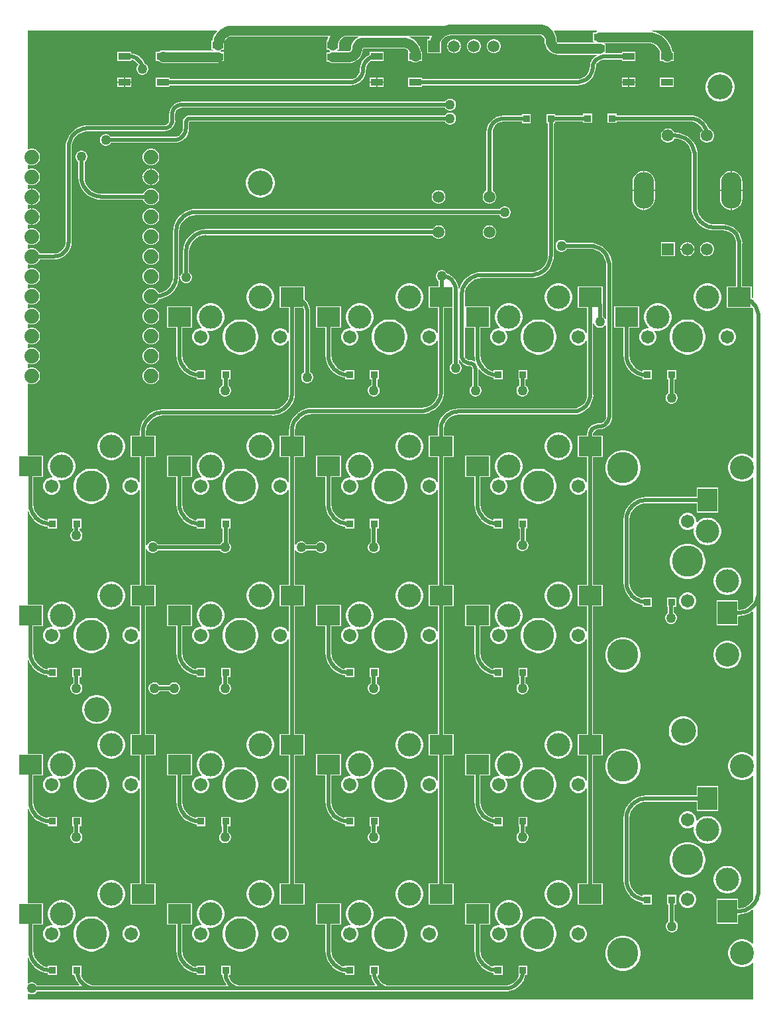
<source format=gbl>
%FSTAX23Y23*%
%MOIN*%
%SFA1B1*%

%IPPOS*%
%AMD22*
4,1,8,0.000000,0.092500,0.000000,0.092500,-0.051200,0.041300,-0.051200,-0.041300,0.000000,-0.092500,0.000000,-0.092500,0.051200,-0.041300,0.051200,0.041300,0.000000,0.092500,0.0*
1,1,0.102360,0.000000,0.041300*
1,1,0.102360,0.000000,0.041300*
1,1,0.102360,0.000000,-0.041300*
1,1,0.102360,0.000000,-0.041300*
%
G04~CAMADD=22~8~0.0~0.0~1023.6~1850.4~511.8~0.0~15~0.0~0.0~0.0~0.0~0~0.0~0.0~0.0~0.0~0~0.0~0.0~0.0~0.0~1023.6~1850.4*
%ADD22D22*%
%ADD23C,0.061020*%
%ADD24R,0.061020X0.061020*%
%ADD29C,0.020000*%
%ADD30C,0.050000*%
%ADD32C,0.157010*%
%ADD33C,0.120000*%
%ADD34C,0.118110*%
%ADD35C,0.067000*%
%ADD36C,0.157000*%
%ADD37C,0.125980*%
%ADD38R,0.059060X0.059060*%
%ADD39C,0.059060*%
%ADD40C,0.074000*%
%ADD41C,0.050000*%
%ADD42R,0.098430X0.118110*%
%ADD43R,0.118110X0.098430*%
%ADD44R,0.053150X0.037400*%
%ADD45R,0.059060X0.035430*%
%ADD46R,0.035430X0.037400*%
%LNnumpadpcb-1*%
%LPD*%
G36*
X18034Y0964D02*
X18029Y09638D01*
X18025Y09635*
X18012*
Y09588*
X1802*
X1802Y09588*
X18018Y09583*
X1784*
Y09583*
X17836Y09584*
X17832Y09586*
X1783Y09589*
X17829Y09594*
X17827Y09611*
X17823Y09627*
X17816Y0964*
X17818Y09645*
X18033*
X18034Y0964*
G37*
G36*
X16832Y0961D02*
X16822Y09605D01*
X16813Y09597*
X16805Y09587*
X16799Y09576*
X16795Y09564*
X16794Y09552*
X16793Y09547*
X16791Y09545*
X16788Y09542*
X16784Y09542*
Y09542*
X16728*
X16726Y09547*
X16726Y09547*
X16734*
Y09581*
X16734Y09582*
X16738Y09593*
X16745Y09602*
X16755Y09609*
X16765Y09614*
X16776Y09615*
X16831*
X16832Y0961*
G37*
G36*
X18818Y08304D02*
X18816Y08302D01*
X18813Y08302*
X18812Y08303*
Y08358*
X18763*
Y08573*
X18764*
X18762Y08592*
X18756Y0861*
X18747Y08626*
X18735Y08641*
X18721Y08653*
X18704Y08662*
X18686Y08668*
X18667Y08669*
Y08669*
X18624*
X18623Y08669*
X18608Y08671*
X18592Y08676*
X18577Y08683*
X18564Y08694*
X18554Y08707*
X18546Y08722*
X18541Y08737*
X18539Y08753*
X18539Y08754*
Y09016*
X18539*
X18538Y09034*
X18534Y09051*
X18527Y09068*
X18517Y09084*
X18506Y09097*
X18492Y09109*
X18476Y09118*
X1846Y09125*
X18442Y0913*
X18424Y09131*
X1842Y09133*
X18418Y09138*
X18411Y09144*
X18403Y09149*
X18394Y09151*
X18385*
X18376Y09149*
X18367Y09144*
X18361Y09138*
X18356Y09129*
X18354Y0912*
Y09111*
X18356Y09102*
X18361Y09094*
X18367Y09087*
X18376Y09083*
X18385Y0908*
X18394*
X18403Y09083*
X18411Y09087*
X18418Y09094*
X18421Y091*
X18424*
X18425Y09101*
X18441Y09099*
X18457Y09094*
X18471Y09086*
X18484Y09076*
X18495Y09063*
X18503Y09048*
X18507Y09032*
X18509Y09016*
X18509Y09016*
Y08754*
X18509*
X1851Y08736*
X18514Y08718*
X18521Y08702*
X18531Y08686*
X18543Y08672*
X18556Y08661*
X18572Y08651*
X18588Y08644*
X18606Y0864*
X18624Y08639*
Y08639*
X18667*
X18667Y08639*
X1868Y08638*
X18692Y08634*
X18704Y08628*
X18714Y08619*
X18722Y08609*
X18728Y08598*
X18732Y08586*
X18733Y08573*
X18733Y08573*
Y08358*
X18684*
Y0825*
X18812*
X18814Y0825*
X18818Y08245*
Y07497*
X18813Y07495*
X18808Y07501*
X18796Y07508*
X18784Y07514*
X1877Y07516*
X18756*
X18743Y07514*
X1873Y07508*
X18719Y07501*
X18709Y07491*
X18701Y0748*
X18696Y07467*
X18693Y07453*
Y0744*
X18696Y07426*
X18701Y07413*
X18709Y07402*
X18719Y07392*
X1873Y07385*
X18743Y07379*
X18756Y07377*
X1877*
X18784Y07379*
X18796Y07385*
X18808Y07392*
X18813Y07398*
X18818Y07396*
Y06775*
X18815Y06769*
X18805Y06756*
X18792Y06746*
X18778Y06738*
X18762Y06733*
X18747Y06732*
X18742Y06735*
Y06781*
X18634*
Y06653*
X18742*
Y06698*
X18746Y06701*
X18764Y06703*
X18781Y06707*
X18798Y06714*
X18813Y06723*
X18814Y06724*
X18818Y06722*
Y05997*
X18813Y05995*
X18808Y06001*
X18796Y06008*
X18784Y06014*
X1877Y06016*
X18756*
X18743Y06014*
X1873Y06008*
X18719Y06001*
X18709Y05991*
X18701Y0598*
X18696Y05967*
X18693Y05953*
Y0594*
X18696Y05926*
X18701Y05913*
X18709Y05902*
X18719Y05892*
X1873Y05885*
X18743Y05879*
X18756Y05877*
X1877*
X18784Y05879*
X18796Y05885*
X18808Y05892*
X18813Y05898*
X18818Y05896*
Y05276*
X18815Y0527*
X18805Y05257*
X18792Y05246*
X18777Y05238*
X18761Y05233*
X18747Y05232*
X18742Y05236*
Y05281*
X18634*
Y05153*
X18742*
Y05197*
X18745Y05201*
X18763Y05203*
X1878Y05207*
X18797Y05214*
X18812Y05223*
X18814Y05225*
X18818Y05223*
Y05057*
X18813Y05055*
X18808Y05061*
X18796Y05068*
X18784Y05074*
X1877Y05076*
X18756*
X18743Y05074*
X1873Y05068*
X18719Y05061*
X18709Y05051*
X18701Y0504*
X18696Y05027*
X18693Y05013*
Y05*
X18696Y04986*
X18701Y04973*
X18709Y04962*
X18719Y04952*
X1873Y04945*
X18743Y04939*
X18756Y04937*
X1877*
X18784Y04939*
X18796Y04945*
X18808Y04952*
X18813Y04958*
X18818Y04956*
Y04773*
X15167*
Y04801*
X15172Y04804*
X15177Y04801*
X15184Y04799*
X15192*
X152Y04801*
X15207Y04805*
X15212Y0481*
X15214Y04814*
X15507*
X15508Y04814*
Y04814*
X16237*
X16238Y04813*
Y04814*
X16987*
X16988Y04813*
Y04814*
X17568*
Y04814*
X17585Y04815*
X17601Y04819*
X17617Y04825*
X17631Y04834*
X17644Y04845*
X17655Y04858*
X17664Y04872*
X1767Y04888*
X17672Y04897*
X17683*
Y04944*
X17637*
Y04897*
X1764Y04894*
X17639Y04891*
X17632Y04878*
X17622Y04866*
X17611Y04857*
X17597Y0485*
X17583Y04845*
X17569Y04844*
X17568Y04844*
X16987*
X16976Y04845*
X16965Y04849*
X16954Y04854*
X16945Y04862*
X16937Y04871*
X16932Y04882*
X16929Y04892*
X16931Y04896*
X16932Y04897*
X16935*
Y04944*
X16889*
Y04897*
X16897*
X16898Y04887*
X16903Y0487*
X16912Y04854*
X16916Y04849*
X16914Y04844*
X16237*
X16227Y04845*
X16216Y04849*
X16205Y04854*
X16196Y04861*
X16189Y0487*
X16184Y04881*
X1618Y04892*
X1618Y04893*
X16183Y04897*
X16187*
Y04944*
X16141*
Y04897*
X16149*
X1615Y04886*
X16155Y04869*
X16164Y04853*
X16167Y04849*
X16165Y04844*
X15506*
X15493Y04845*
X15478Y0485*
X15465Y04857*
X15453Y04866*
X15444Y04878*
X15437Y04891*
X15436Y04894*
X15439Y04897*
Y04944*
X15393*
Y04897*
X15403*
X15406Y04888*
X15412Y04872*
X15421Y04858*
X15428Y04849*
X15426Y04844*
X15214*
X15212Y04847*
X15207Y04853*
X152Y04857*
X15192Y04859*
X15184*
X15177Y04857*
X15172Y04854*
X15167Y04856*
Y04984*
X15171Y04985*
X15178Y04968*
X15188Y04953*
X152Y04939*
X15213Y04927*
X15229Y04918*
X15246Y04911*
X15263Y04907*
X15269Y04906*
Y04897*
X15315*
Y04944*
X15269*
Y04941*
X15266Y04938*
X15264Y04938*
X15249Y04942*
X15234Y0495*
X15221Y04961*
X15211Y04974*
X15203Y04988*
X15198Y05004*
X15196Y0502*
X15196Y05021*
Y0515*
X15245*
Y05258*
X15167*
Y05732*
X15171Y05733*
X15178Y05716*
X15188Y05701*
X152Y05687*
X15213Y05675*
X15229Y05666*
X15246Y05659*
X15263Y05655*
X15269Y05654*
Y05645*
X15315*
Y05692*
X15269*
Y05689*
X15266Y05686*
X15264Y05686*
X15249Y0569*
X15234Y05698*
X15221Y05709*
X15211Y05722*
X15203Y05736*
X15198Y05752*
X15196Y05768*
X15196Y05769*
Y059*
X15245*
Y06008*
X15167*
Y0648*
X15171Y06481*
X15178Y06464*
X15188Y06449*
X152Y06435*
X15213Y06424*
X15229Y06414*
X15246Y06407*
X15263Y06403*
X15269Y06402*
Y06393*
X15315*
Y06441*
X15269*
Y06437*
X15266Y06434*
X15264Y06434*
X15249Y06438*
X15234Y06446*
X15221Y06457*
X15211Y0647*
X15203Y06484*
X15198Y065*
X15196Y06516*
X15196Y06517*
Y0665*
X15245*
Y06758*
X15167*
Y07228*
X15171Y07229*
X15178Y07212*
X15188Y07197*
X152Y07183*
X15213Y07172*
X15229Y07162*
X15246Y07155*
X15263Y07151*
X15269Y0715*
Y07141*
X15315*
Y07189*
X15269*
Y07185*
X15266Y07182*
X15264Y07182*
X15249Y07186*
X15234Y07194*
X15221Y07205*
X15211Y07218*
X15203Y07232*
X15198Y07248*
X15196Y07264*
X15196Y07265*
Y074*
X15245*
Y07508*
X15167*
Y07867*
X15171Y0787*
X15172Y07869*
X15183Y07866*
X15194*
X15204Y07869*
X15214Y07875*
X15222Y07883*
X15227Y07892*
X1523Y07903*
Y07914*
X15227Y07925*
X15222Y07934*
X15214Y07942*
X15204Y07948*
X15194Y0795*
X15183*
X15172Y07948*
X15171Y07947*
X15167Y07949*
Y07967*
X15171Y0797*
X15172Y07969*
X15183Y07966*
X15194*
X15204Y07969*
X15214Y07975*
X15222Y07983*
X15227Y07992*
X1523Y08003*
Y08014*
X15227Y08025*
X15222Y08034*
X15214Y08042*
X15204Y08048*
X15194Y0805*
X15183*
X15172Y08048*
X15171Y08047*
X15167Y08049*
Y08067*
X15171Y0807*
X15172Y08069*
X15183Y08066*
X15194*
X15204Y08069*
X15214Y08075*
X15222Y08083*
X15227Y08092*
X1523Y08103*
Y08114*
X15227Y08125*
X15222Y08134*
X15214Y08142*
X15204Y08148*
X15194Y0815*
X15183*
X15172Y08148*
X15171Y08147*
X15167Y08149*
Y08167*
X15171Y0817*
X15172Y08169*
X15183Y08166*
X15194*
X15204Y08169*
X15214Y08175*
X15222Y08183*
X15227Y08192*
X1523Y08203*
Y08214*
X15227Y08225*
X15222Y08234*
X15214Y08242*
X15204Y08248*
X15194Y0825*
X15183*
X15172Y08248*
X15171Y08247*
X15167Y08249*
Y08267*
X15171Y0827*
X15172Y08269*
X15183Y08266*
X15194*
X15204Y08269*
X15214Y08275*
X15222Y08283*
X15227Y08292*
X1523Y08303*
Y08314*
X15227Y08325*
X15222Y08334*
X15214Y08342*
X15204Y08348*
X15194Y0835*
X15183*
X15172Y08348*
X15171Y08347*
X15167Y08349*
Y08367*
X15171Y0837*
X15172Y08369*
X15183Y08366*
X15194*
X15204Y08369*
X15214Y08375*
X15222Y08383*
X15227Y08392*
X1523Y08403*
Y08414*
X15227Y08425*
X15222Y08434*
X15214Y08442*
X15204Y08448*
X15194Y0845*
X15183*
X15172Y08448*
X15171Y08447*
X15167Y08449*
Y08467*
X15171Y0847*
X15172Y08469*
X15183Y08466*
X15194*
X15204Y08469*
X15214Y08475*
X15222Y08483*
X15227Y08492*
X15228Y08493*
X153*
Y08493*
X15317Y08495*
X15334Y085*
X15349Y08508*
X15363Y08519*
X15374Y08533*
X15382Y08548*
X15387Y08565*
X15389Y08582*
X15389*
Y09053*
X15389Y09054*
X1539Y0907*
X15395Y09086*
X15403Y091*
X15413Y09113*
X15426Y09124*
X15441Y09131*
X15457Y09136*
X15473Y09138*
X15474Y09138*
X15856*
Y09138*
X1587Y09139*
X15883Y09145*
X15895Y09154*
X15903Y09165*
X15909Y09178*
X15911Y09192*
X1591*
Y09222*
X1591Y09222*
X15912Y09231*
X15915Y09239*
X1592Y09246*
X15927Y09251*
X15936Y09255*
X15944Y09256*
X15944Y09256*
X17267*
X17269Y09253*
X17274Y09247*
X17281Y09243*
X17289Y09241*
X17297*
X17304Y09243*
X17311Y09247*
X17317Y09253*
X17321Y0926*
X17323Y09267*
Y09275*
X17321Y09283*
X17317Y0929*
X17311Y09295*
X17304Y09299*
X17297Y09301*
X17289*
X17281Y09299*
X17274Y09295*
X17269Y0929*
X17267Y09286*
X15944*
Y09286*
X15932Y09285*
X1592Y09282*
X15909Y09276*
X15899Y09268*
X15891Y09258*
X15885Y09247*
X15881Y09235*
X1588Y09222*
X1588*
Y09192*
X1588Y09192*
X15878Y09183*
X15873Y09175*
X15865Y0917*
X15856Y09168*
X15856Y09168*
X15474*
Y09168*
X15455Y09167*
X15438Y09163*
X15421Y09156*
X15406Y09146*
X15392Y09135*
X1538Y09121*
X15371Y09105*
X15364Y09089*
X1536Y09071*
X15358Y09053*
X15358*
Y08582*
X15358Y08582*
X15357Y08571*
X15354Y0856*
X15348Y0855*
X15341Y08541*
X15332Y08533*
X15322Y08528*
X15311Y08525*
X153Y08524*
X153Y08524*
X15228*
X15227Y08525*
X15222Y08534*
X15214Y08542*
X15204Y08548*
X15194Y0855*
X15183*
X15172Y08548*
X15171Y08547*
X15167Y08549*
Y08567*
X15171Y0857*
X15172Y08569*
X15183Y08566*
X15194*
X15204Y08569*
X15214Y08575*
X15222Y08583*
X15227Y08592*
X1523Y08603*
Y08614*
X15227Y08625*
X15222Y08634*
X15214Y08642*
X15204Y08648*
X15194Y0865*
X15183*
X15172Y08648*
X15171Y08647*
X15167Y08649*
Y08667*
X15171Y0867*
X15172Y08669*
X15183Y08666*
X15186*
Y08708*
Y0875*
X15183*
X15172Y08748*
X15171Y08747*
X15167Y08749*
Y08767*
X15171Y0877*
X15172Y08769*
X15183Y08766*
X15186*
Y08808*
Y0885*
X15183*
X15172Y08848*
X15171Y08847*
X15167Y08849*
Y08867*
X15171Y0887*
X15172Y08869*
X15183Y08866*
X15194*
X15204Y08869*
X15214Y08875*
X15222Y08883*
X15227Y08892*
X1523Y08903*
Y08914*
X15227Y08925*
X15222Y08934*
X15214Y08942*
X15204Y08948*
X15194Y0895*
X15183*
X15172Y08948*
X15171Y08947*
X15167Y08949*
Y08967*
X15171Y0897*
X15172Y08969*
X15183Y08966*
X15194*
X15204Y08969*
X15214Y08975*
X15222Y08983*
X15227Y08992*
X1523Y09003*
Y09014*
X15227Y09025*
X15222Y09034*
X15214Y09042*
X15204Y09048*
X15194Y0905*
X15183*
X15172Y09048*
X15171Y09047*
X15167Y09049*
Y09645*
X16118*
X16121Y0964*
X16114Y09633*
X16106Y09619*
X16099Y09604*
X16097Y09595*
X16093*
Y09548*
X16101*
X16101Y09548*
X16098Y09543*
X15859*
X15854Y09543*
X15848Y09545*
Y09544*
X15847Y09544*
X15839Y09543*
X15832Y09539*
X15827Y09536*
X15812*
Y09491*
X15827*
X15832Y09486*
X1584Y09483*
X15848Y09482*
Y09482*
X16125*
X16132Y09483*
X1614Y09486*
X16143Y09489*
X16156*
Y09536*
X16143*
X1614Y09539*
X16138Y09539*
Y09545*
X1614Y09545*
X16143Y09548*
X16156*
Y09582*
X16156Y09583*
X1616Y09593*
X16167Y09602*
X16176Y09609*
X16187Y09614*
X16198Y09615*
X16198Y09615*
X16678*
X1668Y09611*
X16677Y09603*
X16675Y09594*
X16671*
Y09547*
X16684*
X16687Y09544*
X16689Y09544*
Y09538*
X16687Y09538*
X16684Y09535*
X16671*
Y09488*
X16684*
X16687Y09485*
X16694Y09482*
X16702Y09481*
X16784*
Y09481*
X16798Y09482*
X16811Y09486*
X16823Y09493*
X16834Y09502*
X16843Y09512*
X16849Y09525*
X16853Y09538*
X16855Y09551*
X16856Y09553*
X16858Y09555*
X17057*
X17057Y09555*
X17065Y09554*
X17072Y09551*
X17078Y09546*
X17082Y09541*
X17083Y09536*
Y09491*
X17098*
X17102Y09487*
X1711Y09484*
X17118Y09483*
X17125Y09484*
X17133Y09487*
X17137Y09491*
X17152*
Y09536*
X17147*
X17146Y09542*
X17141Y09559*
X17133Y09575*
X17121Y09589*
X17107Y096*
X17092Y09609*
X17087Y0961*
X17088Y09615*
X1719*
X17193Y09611*
X17189Y09601*
X17188Y096*
X17179*
Y09531*
X17248*
Y09586*
X17251Y09593*
X17259Y09604*
X17271Y09613*
X17284Y09618*
X17297Y0962*
X17298Y0962*
X17743*
Y0962*
X17749Y09619*
X17756Y09616*
X17761Y09612*
X17765Y09607*
X17768Y09601*
X17768Y09594*
X17768Y09594*
X1777Y0958*
X17774Y09567*
X1778Y09554*
X17789Y09543*
X178Y09534*
X17813Y09528*
X17826Y09524*
X1784Y09522*
Y09522*
X18032*
X18033Y09517*
X18026Y09514*
X18012Y09503*
X18012Y09503*
X18012*
X18009Y09499*
X18004Y09491*
X17998Y09479*
X17997Y09465*
X17996Y0946*
X17996Y09452*
X17992Y09439*
X17986Y09428*
X17977Y09418*
X17967Y0941*
X17956Y09404*
X17944Y094*
X17931Y09399*
X17931Y09399*
X17152*
Y09406*
X17083*
Y09361*
X17152*
Y09368*
X17931*
Y09368*
X1795Y0937*
X17968Y09375*
X17984Y09384*
X17999Y09396*
X18011Y09411*
X1802Y09428*
X18026Y09446*
X18027Y09465*
X18028Y09469*
X18029Y09474*
X18033Y0948*
X18034Y09481*
X18038Y09484*
X18043Y09488*
X18053Y09494*
X18064Y09497*
X18071Y09498*
X18075Y09498*
X18075*
X18075Y09498*
X18076Y09498*
X1808*
X18157*
Y09491*
X18226*
Y09536*
X18157*
Y09529*
X1808*
X18075Y09529*
X18075Y09533*
X18075Y09534*
Y09576*
X18067*
X18067Y09576*
X1807Y09581*
X18286*
X18286Y09582*
X18299Y0958*
X18312Y09576*
X18324Y0957*
X18334Y09562*
X18343Y09551*
X18348Y0954*
X1835Y09536*
Y09491*
X18365*
X18369Y09487*
X18377Y09484*
X18384Y09483*
X18392Y09484*
X18399Y09487*
X18404Y09491*
X18419*
Y09536*
X18413*
X18408Y09553*
X18401Y09572*
X1839Y09589*
X18377Y09604*
X18362Y09618*
X18344Y09628*
X18326Y09636*
X18308Y0964*
X18308Y09645*
X18818*
Y08304*
G37*
%LNnumpadpcb-2*%
%LPC*%
G36*
X17318Y096D02*
X17316D01*
Y09568*
X17348*
Y0957*
X17345Y09579*
X17341Y09587*
X17334Y09593*
X17327Y09598*
X17318Y096*
G37*
G36*
X17311D02*
X17309D01*
X173Y09598*
X17292Y09593*
X17286Y09587*
X17281Y09579*
X17279Y0957*
Y09568*
X17311*
Y096*
G37*
G36*
X17518D02*
X17509D01*
X175Y09598*
X17492Y09593*
X17486Y09587*
X17481Y09579*
X17479Y0957*
Y09561*
X17481Y09552*
X17486Y09544*
X17492Y09538*
X175Y09533*
X17509Y09531*
X17518*
X17527Y09533*
X17534Y09538*
X17541Y09544*
X17545Y09552*
X17548Y09561*
Y0957*
X17545Y09579*
X17541Y09587*
X17534Y09593*
X17527Y09598*
X17518Y096*
G37*
G36*
X17418D02*
X17409D01*
X174Y09598*
X17392Y09593*
X17386Y09587*
X17381Y09579*
X17379Y0957*
Y09561*
X17381Y09552*
X17386Y09544*
X17392Y09538*
X174Y09533*
X17409Y09531*
X17418*
X17427Y09533*
X17434Y09538*
X17441Y09544*
X17445Y09552*
X17448Y09561*
Y0957*
X17445Y09579*
X17441Y09587*
X17434Y09593*
X17427Y09598*
X17418Y096*
G37*
G36*
X17348Y09563D02*
X17316D01*
Y09531*
X17318*
X17327Y09533*
X17334Y09538*
X17341Y09544*
X17345Y09552*
X17348Y09561*
Y09563*
G37*
G36*
X17311D02*
X17279D01*
Y09561*
X17281Y09552*
X17286Y09544*
X17292Y09538*
X173Y09533*
X17309Y09531*
X17311*
Y09563*
G37*
G36*
X15689Y09536D02*
X1562D01*
Y09491*
X15689*
Y09494*
X15692Y09497*
X15695Y09497*
X15706Y09492*
X15716Y09484*
X15723Y09475*
X15724Y09473*
X15721Y0947*
X15717Y09463*
X15715Y09455*
Y09447*
X15717Y0944*
X15721Y09433*
X15726Y09427*
X15733Y09423*
X15741Y09421*
X15749*
X15756Y09423*
X15763Y09427*
X15769Y09433*
X15773Y0944*
X15775Y09447*
Y09455*
X15773Y09463*
X15769Y0947*
X15763Y09475*
X15756Y09479*
X15754Y0948*
X15754Y09481*
X15747Y09494*
X15737Y09506*
X15726Y09516*
X15712Y09523*
X15698Y09527*
X15689Y09528*
Y09536*
G37*
G36*
X16959D02*
X1689D01*
Y09523*
X1689Y09522*
X16876Y09515*
X16863Y09505*
X16853Y09493*
X16846Y09478*
X16841Y09463*
X16839Y09447*
X16839Y09442*
X16838Y09435*
X16833Y09423*
X16825Y09413*
X16815Y09405*
X16803Y094*
X16791Y09399*
X16791Y09399*
X15881*
Y09406*
X15812*
Y09361*
X15881*
Y09368*
X16791*
Y09368*
X16806Y0937*
X16821Y09374*
X16835Y09381*
X16847Y09391*
X16857Y09403*
X16864Y09417*
X16869Y09432*
X1687Y09447*
X16871Y09452*
X16872Y09461*
X16877Y09473*
X16885Y09483*
X16894Y09491*
X16959*
Y09536*
G37*
G36*
X15689Y09406D02*
X15657D01*
Y09386*
X15689*
Y09406*
G37*
G36*
X18226D02*
X18194D01*
Y09386*
X18226*
Y09406*
G37*
G36*
X16959D02*
X16927D01*
Y09386*
X16959*
Y09406*
G37*
G36*
X16922D02*
X1689D01*
Y09386*
X16922*
Y09406*
G37*
G36*
X15652D02*
X1562D01*
Y09386*
X15652*
Y09406*
G37*
G36*
X18189D02*
X18157D01*
Y09386*
X18189*
Y09406*
G37*
G36*
X18419D02*
X1835D01*
Y09361*
X18419*
Y09406*
G37*
G36*
X18226Y09381D02*
X18194D01*
Y09361*
X18226*
Y09381*
G37*
G36*
X18189D02*
X18157D01*
Y09361*
X18189*
Y09381*
G37*
G36*
X16959D02*
X16927D01*
Y09361*
X16959*
Y09381*
G37*
G36*
X16922D02*
X1689D01*
Y09361*
X16922*
Y09381*
G37*
G36*
X15689D02*
X15657D01*
Y09361*
X15689*
Y09381*
G37*
G36*
X15652D02*
X1562D01*
Y09361*
X15652*
Y09381*
G37*
G36*
X18658Y09433D02*
X18644D01*
X1863Y0943*
X18617Y09424*
X18605Y09416*
X18595Y09406*
X18587Y09394*
X18581Y09381*
X18578Y09367*
Y09353*
X18581Y09338*
X18587Y09325*
X18595Y09313*
X18605Y09303*
X18617Y09295*
X1863Y0929*
X18644Y09287*
X18658*
X18672Y0929*
X18686Y09295*
X18698Y09303*
X18708Y09313*
X18716Y09325*
X18721Y09338*
X18724Y09353*
Y09367*
X18721Y09381*
X18716Y09394*
X18708Y09406*
X18698Y09416*
X18686Y09424*
X18672Y0943*
X18658Y09433*
G37*
G36*
X17297Y09232D02*
X17289D01*
X17281Y0923*
X17274Y09226*
X17269Y09221*
X17267Y09218*
X15984*
X15975Y09216*
X15966Y09213*
X15959Y09207*
X15953Y092*
X1595Y09192*
X15949Y09183*
Y09153*
X15949Y09153*
X15947Y09142*
X15943Y09131*
X15936Y09122*
X15927Y09115*
X15916Y09111*
X15906Y09109*
X15905Y09109*
X15586*
X15585Y09112*
X15579Y09118*
X15572Y09122*
X15564Y09124*
X15557*
X15549Y09122*
X15542Y09118*
X15537Y09112*
X15533Y09106*
X15531Y09098*
Y0909*
X15533Y09082*
X15537Y09076*
X15542Y0907*
X15549Y09066*
X15557Y09064*
X15564*
X15572Y09066*
X15579Y0907*
X15585Y09076*
X15586Y09079*
X15905*
Y09079*
X1592Y0908*
X15933Y09084*
X15946Y09091*
X15958Y091*
X15967Y09112*
X15974Y09125*
X15978Y09139*
X15979Y09153*
X15979*
Y09183*
X15979Y09183*
X15981Y09186*
X15984Y09187*
X15984Y09187*
X17267*
X17269Y09184*
X17274Y09178*
X17281Y09174*
X17289Y09172*
X17297*
X17304Y09174*
X17311Y09178*
X17317Y09184*
X17321Y09191*
X17323Y09198*
Y09206*
X17321Y09214*
X17317Y09221*
X17311Y09226*
X17304Y0923*
X17297Y09232*
G37*
G36*
X17699Y09225D02*
X17654D01*
Y09217*
X17562*
Y09217*
X17545Y09215*
X17529Y0921*
X17514Y09202*
X17501Y09191*
X1749Y09178*
X17482Y09163*
X17477Y09147*
X17476Y0913*
X17476Y09129*
X17476Y09129*
Y08839*
X1747Y08836*
X17464Y08829*
X17459Y08821*
X17457Y08812*
Y08803*
X17459Y08795*
X17464Y08787*
X1747Y0878*
X17478Y08776*
X17487Y08773*
X17496*
X17505Y08776*
X17512Y0878*
X17519Y08787*
X17523Y08795*
X17526Y08803*
Y08812*
X17523Y08821*
X17519Y08829*
X17512Y08836*
X17507Y08839*
Y09124*
Y09129*
X17507Y09129*
X17506Y09129*
X17507Y09134*
X17508Y09145*
X17514Y09158*
X17523Y0917*
X17534Y09179*
X17548Y09184*
X17557Y09186*
X17562Y09186*
X17654*
Y09178*
X17699*
Y09225*
G37*
G36*
X18007Y09226D02*
X17962D01*
Y09217*
X17823*
Y09225*
X17778*
Y09178*
X17785*
Y08515*
X17786Y08514*
X17784Y08498*
X17779Y08482*
X17771Y08468*
X17761Y08455*
X17748Y08444*
X17733Y08436*
X17717Y08432*
X17701Y0843*
X17701Y0843*
X17452*
Y0843*
X17434Y08429*
X17416Y08425*
X17399Y08418*
X17384Y08408*
X1737Y08396*
X17359Y08383*
X17349Y08367*
X17342Y08351*
X17341Y08346*
X17336Y08347*
X17335Y08357*
X1733Y08373*
X17322Y08387*
X17312Y084*
X17299Y08411*
X17284Y08419*
X1728Y0842*
X17279Y08422*
X17275Y08428*
X1727Y08434*
X17263Y08438*
X17255Y0844*
X17248*
X1724Y08438*
X17233Y08434*
X17227Y08428*
X17224Y08422*
X17221Y08414*
Y08406*
X17224Y08398*
X17227Y08392*
X17233Y08386*
X17236Y08384*
Y08358*
X17184*
Y0825*
X17233*
Y08123*
X17228Y08122*
X17223Y0813*
X17215Y08139*
X17205Y08144*
X17194Y08147*
X17183*
X17172Y08144*
X17162Y08139*
X17154Y0813*
X17148Y08121*
X17145Y0811*
Y08098*
X17148Y08087*
X17154Y08077*
X17162Y08069*
X17172Y08063*
X17183Y0806*
X17194*
X17205Y08063*
X17215Y08069*
X17223Y08077*
X17228Y08086*
X17233Y08084*
Y07832*
X17233Y07831*
X17231Y07815*
X17227Y07799*
X17219Y07785*
X17208Y07772*
X17195Y07761*
X17181Y07753*
X17165Y07749*
X17149Y07747*
X17148Y07747*
X16598*
Y07747*
X1658Y07746*
X16562Y07741*
X16546Y07735*
X1653Y07725*
X16517Y07713*
X16505Y077*
X16495Y07684*
X16488Y07667*
X16484Y0765*
X16483Y07632*
X16483*
Y07608*
X16434*
Y075*
X16483*
Y07373*
X16478Y07372*
X16473Y0738*
X16465Y07389*
X16455Y07394*
X16444Y07397*
X16433*
X16422Y07394*
X16412Y07389*
X16404Y0738*
X16398Y07371*
X16395Y0736*
Y07348*
X16398Y07337*
X16404Y07327*
X16412Y07319*
X16422Y07313*
X16433Y0731*
X16444*
X16455Y07313*
X16465Y07319*
X16473Y07327*
X16478Y07336*
X16483Y07334*
Y06858*
X16434*
Y0675*
X16483*
Y06623*
X16478Y06622*
X16473Y0663*
X16465Y06639*
X16455Y06644*
X16444Y06647*
X16433*
X16422Y06644*
X16412Y06639*
X16404Y0663*
X16398Y06621*
X16395Y0661*
Y06598*
X16398Y06587*
X16404Y06577*
X16412Y06569*
X16422Y06563*
X16433Y0656*
X16444*
X16455Y06563*
X16465Y06569*
X16473Y06577*
X16478Y06586*
X16483Y06584*
Y06108*
X16434*
Y06*
X16483*
Y05873*
X16478Y05872*
X16473Y0588*
X16465Y05889*
X16455Y05894*
X16444Y05897*
X16433*
X16422Y05894*
X16412Y05889*
X16404Y0588*
X16398Y05871*
X16395Y0586*
Y05848*
X16398Y05837*
X16404Y05827*
X16412Y05819*
X16422Y05813*
X16433Y0581*
X16444*
X16455Y05813*
X16465Y05819*
X16473Y05827*
X16478Y05836*
X16483Y05834*
Y05358*
X16434*
Y0525*
X16562*
Y05358*
X16513*
Y06*
X16562*
Y06108*
X16513*
Y0675*
X16562*
Y06858*
X16513*
Y07031*
X16518Y07032*
X16521Y07028*
X16526Y07023*
X16533Y07019*
X16541Y07017*
X16549*
X16556Y07019*
X16563Y07023*
X16569Y07028*
X16571Y07031*
X16617*
X16619Y07028*
X16625Y07023*
X16632Y07019*
X16639Y07017*
X16647*
X16655Y07019*
X16662Y07023*
X16667Y07028*
X16671Y07035*
X16673Y07043*
Y07051*
X16671Y07058*
X16667Y07065*
X16662Y07071*
X16655Y07075*
X16647Y07077*
X16639*
X16632Y07075*
X16625Y07071*
X16619Y07065*
X16617Y07062*
X16571*
X16569Y07065*
X16563Y07071*
X16556Y07075*
X16549Y07077*
X16541*
X16533Y07075*
X16526Y07071*
X16521Y07065*
X16518Y07061*
X16513Y07062*
Y075*
X16562*
Y07608*
X16513*
Y07632*
X16513Y07632*
X16515Y07648*
X1652Y07664*
X16528Y07679*
X16538Y07692*
X16551Y07702*
X16566Y0771*
X16582Y07715*
X16597Y07717*
X16598Y07716*
X17148*
Y07716*
X17166Y07718*
X17184Y07722*
X172Y07729*
X17216Y07738*
X1723Y0775*
X17241Y07764*
X17251Y07779*
X17258Y07796*
X17262Y07814*
X17263Y07832*
X17263*
Y0825*
X17306*
Y07974*
X17303Y07972*
X17297Y07967*
X17293Y0796*
X17291Y07952*
Y07944*
X17293Y07937*
X17297Y0793*
X17303Y07924*
X1731Y0792*
X17317Y07918*
X17325*
X17333Y0792*
X1734Y07924*
X17345Y0793*
X17349Y07937*
X17351Y07944*
Y07952*
X17349Y0796*
X17345Y07967*
X1734Y07972*
X17337Y07974*
Y07988*
X17342Y07989*
X17344Y07984*
X17352Y07973*
X17364Y07964*
X17377Y07958*
X17391Y07956*
X17396Y07956*
X17397Y07956*
X17401Y07953*
X17404Y07948*
X17406Y07943*
X17405Y07942*
Y0786*
X17402Y07858*
X17397Y07853*
X17393Y07846*
X17391Y07838*
Y0783*
X17393Y07823*
X17397Y07816*
X17402Y0781*
X17409Y07806*
X17417Y07804*
X17425*
X17432Y07806*
X17439Y0781*
X17445Y07816*
X17449Y07823*
X17451Y0783*
Y07838*
X17449Y07846*
X17445Y07853*
X17439Y07858*
X17436Y0786*
Y0794*
X17441Y07941*
X1745Y07931*
X17463Y0792*
X17479Y0791*
X17496Y07903*
X17513Y07899*
X17513*
Y07889*
X17559*
Y07937*
X17513*
Y07934*
X17509Y07931*
X17499Y07934*
X17484Y07942*
X17471Y07953*
X17461Y07966*
X17453Y0798*
X17448Y07996*
X17446Y08012*
X17446Y08013*
Y0815*
X17495*
Y08258*
X17367*
Y08315*
X17367Y08316*
X17369Y08331*
X17373Y08347*
X17381Y08362*
X17392Y08375*
X17405Y08385*
X17419Y08393*
X17435Y08398*
X17451Y084*
X17452Y084*
X17701*
Y084*
X17719Y08401*
X17736Y08405*
X17753Y08412*
X17768Y08422*
X17782Y08433*
X17794Y08447*
X17803Y08462*
X1781Y08479*
X17815Y08497*
X17816Y08515*
X17816*
Y09178*
X17823*
Y09186*
X17962*
Y09179*
X18007*
Y09226*
G37*
G36*
X18131D02*
X18086D01*
Y09179*
X18131*
Y09187*
X18499*
X185Y09187*
X18513Y09186*
X18527Y09182*
X18539Y09175*
X1855Y09166*
X18559Y09155*
X18565Y09144*
X18564Y09144*
X18558Y09138*
X18553Y09129*
X18551Y0912*
Y09111*
X18553Y09102*
X18558Y09094*
X18564Y09087*
X18572Y09083*
X18581Y0908*
X18591*
X186Y09083*
X18608Y09087*
X18615Y09094*
X18619Y09102*
X18622Y09111*
Y0912*
X18619Y09129*
X18615Y09138*
X18608Y09144*
X186Y09149*
X18595Y0915*
X18594Y09155*
X18584Y09172*
X18572Y09188*
X18556Y09201*
X18539Y0921*
X18519Y09216*
X18499Y09218*
Y09218*
X18131*
Y09226*
G37*
G36*
X15794Y0905D02*
X15783D01*
X15772Y09048*
X15762Y09042*
X15755Y09034*
X15749Y09025*
X15746Y09014*
Y09003*
X15749Y08992*
X15755Y08983*
X15762Y08975*
X15772Y08969*
X15783Y08966*
X15794*
X15804Y08969*
X15814Y08975*
X15822Y08983*
X15827Y08992*
X1583Y09003*
Y09014*
X15827Y09025*
X15822Y09034*
X15814Y09042*
X15804Y09048*
X15794Y0905*
G37*
G36*
Y0895D02*
X15791D01*
Y08911*
X1583*
Y08914*
X15827Y08925*
X15822Y08934*
X15814Y08942*
X15804Y08948*
X15794Y0895*
G37*
G36*
X15786D02*
X15783D01*
X15772Y08948*
X15762Y08942*
X15755Y08934*
X15749Y08925*
X15746Y08914*
Y08911*
X15786*
Y0895*
G37*
G36*
X1583Y08906D02*
X15791D01*
Y08866*
X15794*
X15804Y08869*
X15814Y08875*
X15822Y08883*
X15827Y08892*
X1583Y08903*
Y08906*
G37*
G36*
X15786D02*
X15746D01*
Y08903*
X15749Y08892*
X15755Y08883*
X15762Y08875*
X15772Y08869*
X15783Y08866*
X15786*
Y08906*
G37*
G36*
X18711Y08938D02*
Y08843D01*
X18765*
Y08881*
X18763Y08896*
X18757Y0891*
X18748Y08922*
X18736Y08931*
X18723Y08936*
X18711Y08938*
G37*
G36*
X18706D02*
X18693Y08936D01*
X1868Y08931*
X18668Y08922*
X18659Y0891*
X18653Y08896*
X18652Y08881*
Y08843*
X18706*
Y08938*
G37*
G36*
X1827D02*
Y08843D01*
X18324*
Y08881*
X18322Y08896*
X18316Y0891*
X18307Y08922*
X18296Y08931*
X18282Y08936*
X1827Y08938*
G37*
G36*
X18265D02*
X18253Y08936D01*
X18239Y08931*
X18227Y08922*
X18218Y0891*
X18212Y08896*
X18211Y08881*
Y08843*
X18265*
Y08938*
G37*
G36*
X15194Y0885D02*
X15191D01*
Y08811*
X1523*
Y08814*
X15227Y08825*
X15222Y08834*
X15214Y08842*
X15204Y08848*
X15194Y0885*
G37*
G36*
X16345Y0895D02*
X16331D01*
X16317Y08947*
X16304Y08942*
X16292Y08934*
X16282Y08924*
X16274Y08912*
X16268Y08899*
X16265Y08885*
Y0887*
X16268Y08856*
X16274Y08843*
X16282Y08831*
X16292Y08821*
X16304Y08813*
X16317Y08807*
X16331Y08805*
X16345*
X16359Y08807*
X16373Y08813*
X16385Y08821*
X16395Y08831*
X16403Y08843*
X16408Y08856*
X16411Y0887*
Y08885*
X16408Y08899*
X16403Y08912*
X16395Y08924*
X16385Y08934*
X16373Y08942*
X16359Y08947*
X16345Y0895*
G37*
G36*
X1724Y08842D02*
X17231D01*
X17222Y0884*
X17214Y08836*
X17208Y08829*
X17203Y08821*
X17201Y08812*
Y08803*
X17203Y08795*
X17208Y08787*
X17214Y0878*
X17222Y08776*
X17231Y08773*
X1724*
X17249Y08776*
X17257Y0878*
X17263Y08787*
X17268Y08795*
X1727Y08803*
Y08812*
X17268Y08821*
X17263Y08829*
X17257Y08836*
X17249Y0884*
X1724Y08842*
G37*
G36*
X15442Y0904D02*
X15435D01*
X15427Y09038*
X1542Y09034*
X15414Y09028*
X15411Y09021*
X15408Y09014*
Y09006*
X15411Y08998*
X15414Y08991*
X1542Y08986*
X15423Y08984*
Y08908*
X15423*
X15425Y0889*
X15429Y08873*
X15436Y08856*
X15445Y08841*
X15457Y08827*
X15471Y08815*
X15486Y08806*
X15503Y08799*
X1552Y08794*
X15538Y08793*
Y08793*
X15749*
X15749Y08792*
X15755Y08783*
X15762Y08775*
X15772Y08769*
X15783Y08766*
X15794*
X15804Y08769*
X15814Y08775*
X15822Y08783*
X15827Y08792*
X1583Y08803*
Y08814*
X15827Y08825*
X15822Y08834*
X15814Y08842*
X15804Y08848*
X15794Y0885*
X15783*
X15772Y08848*
X15762Y08842*
X15755Y08834*
X15749Y08825*
X15749Y08824*
X15538*
X15538Y08824*
X15522Y08825*
X15506Y0883*
X15491Y08838*
X15478Y08848*
X15468Y08861*
X1546Y08876*
X15455Y08892*
X15454Y08908*
X15454Y08908*
Y08984*
X15457Y08986*
X15462Y08991*
X15466Y08998*
X15468Y09006*
Y09014*
X15466Y09021*
X15462Y09028*
X15457Y09034*
X1545Y09038*
X15442Y0904*
G37*
G36*
X1523Y08806D02*
X15191D01*
Y08766*
X15194*
X15204Y08769*
X15214Y08775*
X15222Y08783*
X15227Y08792*
X1523Y08803*
Y08806*
G37*
G36*
X17572Y0876D02*
X17564D01*
X17557Y08758*
X1755Y08754*
X17544Y08748*
X17544Y08747*
X16015*
Y08747*
X15997Y08746*
X15979Y08741*
X15962Y08735*
X15947Y08725*
X15933Y08713*
X15922Y087*
X15912Y08684*
X15905Y08667*
X15901Y0865*
X159Y08632*
X159*
Y08408*
X159Y08408*
X15898Y08392*
X15893Y08376*
X15885Y08361*
X15875Y08348*
X15862Y08338*
X15847Y0833*
X15831Y08325*
X15827Y08325*
X15822Y08334*
X15814Y08342*
X15804Y08348*
X15794Y0835*
X15783*
X15772Y08348*
X15762Y08342*
X15755Y08334*
X15749Y08325*
X15746Y08314*
Y08303*
X15749Y08292*
X15755Y08283*
X15762Y08275*
X15772Y08269*
X15783Y08266*
X15794*
X15804Y08269*
X15814Y08275*
X15822Y08283*
X15827Y08292*
X15828Y08294*
X15833Y08294*
X15851Y08299*
X15867Y08306*
X15883Y08315*
X15896Y08327*
X15908Y08341*
X15918Y08356*
X15925Y08373*
X15929Y0839*
X1593Y08403*
X1593Y08403*
X1593Y08404*
X1593Y08403*
X1593Y08406*
X15935Y08406*
Y084*
X15937Y08392*
X15941Y08385*
X15947Y0838*
X15953Y08376*
X15961Y08374*
X15969*
X15977Y08376*
X15983Y0838*
X15989Y08385*
X15993Y08392*
X15995Y084*
Y08408*
X15993Y08415*
X15989Y08422*
X15983Y08428*
X1598Y0843*
Y08531*
X1598Y08531*
X15982Y08547*
X15987Y08563*
X15994Y08578*
X16005Y08591*
X16018Y08601*
X16033Y08609*
X16048Y08614*
X16064Y08616*
X16065Y08615*
X17204*
X17208Y0861*
X17214Y08603*
X17222Y08599*
X17231Y08596*
X1724*
X17249Y08599*
X17257Y08603*
X17263Y0861*
X17268Y08617*
X1727Y08626*
Y08635*
X17268Y08644*
X17263Y08652*
X17257Y08658*
X17249Y08663*
X1724Y08665*
X17231*
X17222Y08663*
X17214Y08658*
X17208Y08652*
X17204Y08646*
X16065*
Y08646*
X16047Y08645*
X16029Y0864*
X16013Y08633*
X15997Y08624*
X15983Y08612*
X15972Y08599*
X15962Y08583*
X15955Y08566*
X15951Y08549*
X1595Y08531*
X1595*
Y0843*
X15947Y08428*
X15941Y08422*
X15937Y08415*
X15936Y0841*
X1593Y08408*
X1593Y08408*
X1593Y08413*
Y08632*
X1593Y08632*
X15932Y08648*
X15936Y08664*
X15944Y08679*
X15955Y08692*
X15968Y08702*
X15982Y0871*
X15998Y08715*
X16014Y08717*
X16015Y08716*
X17541*
X17544Y08711*
X1755Y08706*
X17557Y08702*
X17564Y087*
X17572*
X1758Y08702*
X17587Y08706*
X17592Y08711*
X17596Y08718*
X17598Y08726*
Y08734*
X17596Y08741*
X17592Y08748*
X17587Y08754*
X1758Y08758*
X17572Y0876*
G37*
G36*
X18765Y08838D02*
X18711D01*
Y08742*
X18723Y08744*
X18736Y0875*
X18748Y08759*
X18757Y0877*
X18763Y08784*
X18765Y08799*
Y08838*
G37*
G36*
X18706D02*
X18652D01*
Y08799*
X18653Y08784*
X18659Y0877*
X18668Y08759*
X1868Y0875*
X18693Y08744*
X18706Y08742*
Y08838*
G37*
G36*
X18324D02*
X1827D01*
Y08742*
X18282Y08744*
X18296Y0875*
X18307Y08759*
X18316Y0877*
X18322Y08784*
X18324Y08799*
Y08838*
G37*
G36*
X18265D02*
X18211D01*
Y08799*
X18212Y08784*
X18218Y0877*
X18227Y08759*
X18239Y0875*
X18253Y08744*
X18265Y08742*
Y08838*
G37*
G36*
X15194Y0875D02*
X15191D01*
Y08711*
X1523*
Y08714*
X15227Y08725*
X15222Y08734*
X15214Y08742*
X15204Y08748*
X15194Y0875*
G37*
G36*
X15794D02*
X15783D01*
X15772Y08748*
X15762Y08742*
X15755Y08734*
X15749Y08725*
X15746Y08714*
Y08703*
X15749Y08692*
X15755Y08683*
X15762Y08675*
X15772Y08669*
X15783Y08666*
X15794*
X15804Y08669*
X15814Y08675*
X15822Y08683*
X15827Y08692*
X1583Y08703*
Y08714*
X15827Y08725*
X15822Y08734*
X15814Y08742*
X15804Y08748*
X15794Y0875*
G37*
G36*
X1523Y08706D02*
X15191D01*
Y08666*
X15194*
X15204Y08669*
X15214Y08675*
X15222Y08683*
X15227Y08692*
X1523Y08703*
Y08706*
G37*
G36*
X17496Y08665D02*
X17487D01*
X17478Y08663*
X1747Y08658*
X17464Y08652*
X17459Y08644*
X17457Y08635*
Y08626*
X17459Y08617*
X17464Y0861*
X1747Y08603*
X17478Y08599*
X17487Y08596*
X17496*
X17505Y08599*
X17512Y08603*
X17519Y0861*
X17523Y08617*
X17526Y08626*
Y08635*
X17523Y08644*
X17519Y08652*
X17512Y08658*
X17505Y08663*
X17496Y08665*
G37*
G36*
X15794Y0865D02*
X15783D01*
X15772Y08648*
X15762Y08642*
X15755Y08634*
X15749Y08625*
X15746Y08614*
Y08603*
X15749Y08592*
X15755Y08583*
X15762Y08575*
X15772Y08569*
X15783Y08566*
X15794*
X15804Y08569*
X15814Y08575*
X15822Y08583*
X15827Y08592*
X1583Y08603*
Y08614*
X15827Y08625*
X15822Y08634*
X15814Y08642*
X15804Y08648*
X15794Y0865*
G37*
G36*
X18492Y0858D02*
X1849D01*
Y08547*
X18523*
Y0855*
X18521Y08559*
X18516Y08567*
X18509Y08573*
X18501Y08578*
X18492Y0858*
G37*
G36*
X18485D02*
X18483D01*
X18474Y08578*
X18466Y08573*
X18459Y08567*
X18455Y08559*
X18452Y0855*
Y08547*
X18485*
Y0858*
G37*
G36*
X18591D02*
X18581D01*
X18572Y08578*
X18564Y08573*
X18558Y08567*
X18553Y08559*
X18551Y0855*
Y0854*
X18553Y08531*
X18558Y08523*
X18564Y08516*
X18572Y08512*
X18581Y08509*
X18591*
X186Y08512*
X18608Y08516*
X18615Y08523*
X18619Y08531*
X18622Y0854*
Y0855*
X18619Y08559*
X18615Y08567*
X18608Y08573*
X186Y08578*
X18591Y0858*
G37*
G36*
X18523Y08542D02*
X1849D01*
Y08509*
X18492*
X18501Y08512*
X18509Y08516*
X18516Y08523*
X18521Y08531*
X18523Y0854*
Y08542*
G37*
G36*
X18485D02*
X18452D01*
Y0854*
X18455Y08531*
X18459Y08523*
X18466Y08516*
X18474Y08512*
X18483Y08509*
X18485*
Y08542*
G37*
G36*
X18425Y0858D02*
X18354D01*
Y08509*
X18425*
Y0858*
G37*
G36*
X15794Y0855D02*
X15783D01*
X15772Y08548*
X15762Y08542*
X15755Y08534*
X15749Y08525*
X15746Y08514*
Y08503*
X15749Y08492*
X15755Y08483*
X15762Y08475*
X15772Y08469*
X15783Y08466*
X15794*
X15804Y08469*
X15814Y08475*
X15822Y08483*
X15827Y08492*
X1583Y08503*
Y08514*
X15827Y08525*
X15822Y08534*
X15814Y08542*
X15804Y08548*
X15794Y0855*
G37*
G36*
Y0845D02*
X15783D01*
X15772Y08448*
X15762Y08442*
X15755Y08434*
X15749Y08425*
X15746Y08414*
Y08403*
X15749Y08392*
X15755Y08383*
X15762Y08375*
X15772Y08369*
X15783Y08366*
X15794*
X15804Y08369*
X15814Y08375*
X15822Y08383*
X15827Y08392*
X1583Y08403*
Y08414*
X15827Y08425*
X15822Y08434*
X15814Y08442*
X15804Y08448*
X15794Y0845*
G37*
G36*
X18595Y08373D02*
X18581D01*
X18568Y0837*
X18556Y08365*
X18544Y08357*
X18535Y08348*
X18527Y08336*
X18522Y08324*
X18519Y08311*
Y08297*
X18522Y08284*
X18527Y08271*
X18535Y0826*
X18544Y0825*
X18556Y08243*
X18568Y08238*
X18581Y08235*
X18595*
X18608Y08238*
X18621Y08243*
X18632Y0825*
X18642Y0826*
X18649Y08271*
X18655Y08284*
X18657Y08297*
Y08311*
X18655Y08324*
X18649Y08336*
X18642Y08348*
X18632Y08357*
X18621Y08365*
X18608Y0837*
X18595Y08373*
G37*
G36*
X17845D02*
X17831D01*
X17818Y0837*
X17806Y08365*
X17794Y08357*
X17785Y08348*
X17777Y08336*
X17772Y08324*
X17769Y08311*
Y08297*
X17772Y08284*
X17777Y08271*
X17785Y0826*
X17794Y0825*
X17806Y08243*
X17818Y08238*
X17831Y08235*
X17845*
X17858Y08238*
X17871Y08243*
X17882Y0825*
X17892Y0826*
X17899Y08271*
X17905Y08284*
X17907Y08297*
Y08311*
X17905Y08324*
X17899Y08336*
X17892Y08348*
X17882Y08357*
X17871Y08365*
X17858Y0837*
X17845Y08373*
G37*
G36*
X17095D02*
X17081D01*
X17068Y0837*
X17056Y08365*
X17044Y08357*
X17035Y08348*
X17027Y08336*
X17022Y08324*
X17019Y08311*
Y08297*
X17022Y08284*
X17027Y08271*
X17035Y0826*
X17044Y0825*
X17056Y08243*
X17068Y08238*
X17081Y08235*
X17095*
X17108Y08238*
X17121Y08243*
X17132Y0825*
X17142Y0826*
X17149Y08271*
X17155Y08284*
X17157Y08297*
Y08311*
X17155Y08324*
X17149Y08336*
X17142Y08348*
X17132Y08357*
X17121Y08365*
X17108Y0837*
X17095Y08373*
G37*
G36*
X16345D02*
X16331D01*
X16318Y0837*
X16306Y08365*
X16294Y08357*
X16285Y08348*
X16277Y08336*
X16272Y08324*
X16269Y08311*
Y08297*
X16272Y08284*
X16277Y08271*
X16285Y0826*
X16294Y0825*
X16306Y08243*
X16318Y08238*
X16331Y08235*
X16345*
X16358Y08238*
X16371Y08243*
X16382Y0825*
X16392Y0826*
X16399Y08271*
X16405Y08284*
X16407Y08297*
Y08311*
X16405Y08324*
X16399Y08336*
X16392Y08348*
X16382Y08357*
X16371Y08365*
X16358Y0837*
X16345Y08373*
G37*
G36*
X17858Y08592D02*
X1785D01*
X17842Y0859*
X17835Y08587*
X1783Y08581*
X17826Y08574*
X17824Y08566*
Y08559*
X17826Y08551*
X1783Y08544*
X17835Y08538*
X17842Y08535*
X1785Y08532*
X17858*
X17865Y08535*
X17872Y08538*
X17878Y08544*
X1788Y08547*
X17994*
X17995Y08547*
X18011Y08546*
X18026Y08541*
X18041Y08533*
X18054Y08523*
X18065Y0851*
X18072Y08495*
X18077Y08479*
X18079Y08463*
X18079Y08462*
Y08196*
X18074Y08195*
X18072Y08198*
X18066Y08204*
X18063Y08205*
Y08254*
X18063*
X18062Y08263*
Y08358*
X17934*
Y0825*
X17983*
Y08123*
X17978Y08122*
X17973Y0813*
X17965Y08139*
X17955Y08144*
X17944Y08147*
X17933*
X17922Y08144*
X17912Y08139*
X17904Y0813*
X17898Y08121*
X17895Y0811*
Y08098*
X17898Y08087*
X17904Y08077*
X17912Y08069*
X17922Y08063*
X17933Y0806*
X17944*
X17955Y08063*
X17965Y08069*
X17973Y08077*
X17978Y08086*
X17983Y08084*
Y07814*
X17983Y07813*
X17982Y07801*
X17978Y07787*
X17971Y07775*
X17963Y07765*
X17952Y07756*
X1794Y07749*
X17927Y07745*
X17913Y07744*
X17913Y07744*
X17335*
Y07744*
X17315Y07742*
X17296Y07737*
X17278Y07727*
X17263Y07714*
X1725Y07699*
X1724Y07681*
X17235Y07662*
X17233Y07642*
X17233*
Y07608*
X17184*
Y075*
X17233*
Y07373*
X17228Y07372*
X17223Y0738*
X17215Y07389*
X17205Y07394*
X17194Y07397*
X17183*
X17172Y07394*
X17162Y07389*
X17154Y0738*
X17148Y07371*
X17145Y0736*
Y07348*
X17148Y07337*
X17154Y07327*
X17162Y07319*
X17172Y07313*
X17183Y0731*
X17194*
X17205Y07313*
X17215Y07319*
X17223Y07327*
X17228Y07336*
X17233Y07334*
Y06858*
X17184*
Y0675*
X17233*
Y06623*
X17228Y06622*
X17223Y0663*
X17215Y06639*
X17205Y06644*
X17194Y06647*
X17183*
X17172Y06644*
X17162Y06639*
X17154Y0663*
X17148Y06621*
X17145Y0661*
Y06598*
X17148Y06587*
X17154Y06577*
X17162Y06569*
X17172Y06563*
X17183Y0656*
X17194*
X17205Y06563*
X17215Y06569*
X17223Y06577*
X17228Y06586*
X17233Y06584*
Y06108*
X17184*
Y06*
X17233*
Y05873*
X17228Y05872*
X17223Y0588*
X17215Y05889*
X17205Y05894*
X17194Y05897*
X17183*
X17172Y05894*
X17162Y05889*
X17154Y0588*
X17148Y05871*
X17145Y0586*
Y05848*
X17148Y05837*
X17154Y05827*
X17162Y05819*
X17172Y05813*
X17183Y0581*
X17194*
X17205Y05813*
X17215Y05819*
X17223Y05827*
X17228Y05836*
X17233Y05834*
Y05358*
X17184*
Y0525*
X17312*
Y05358*
X17263*
Y06*
X17312*
Y06108*
X17263*
Y0675*
X17312*
Y06858*
X17263*
Y075*
X17312*
Y07608*
X17263*
Y07642*
X17263Y07642*
X17265Y07656*
X17269Y07669*
X17275Y07682*
X17284Y07693*
X17295Y07702*
X17308Y07708*
X17321Y07712*
X17335Y07714*
X17335Y07714*
X17913*
Y07713*
X17933Y07715*
X17952Y07721*
X17969Y0773*
X17984Y07743*
X17997Y07758*
X18006Y07776*
X18012Y07795*
X18014Y07814*
X18014*
X18013Y07816*
Y08172*
X18018Y08173*
X1802Y08168*
X18024Y08161*
X18029Y08156*
X18036Y08152*
X18044Y0815*
X18052*
X18059Y08152*
X18066Y08156*
X18072Y08161*
X18074Y08165*
X18079Y08163*
Y07704*
X18079Y07704*
X18078Y07695*
X18074Y07687*
X18068Y07679*
X18061Y07674*
X18053Y0767*
X18044Y07669*
X18044Y07669*
X18038*
Y07669*
X18024Y07667*
X1801Y07662*
X17999Y07653*
X1799Y07641*
X17985Y07628*
X17983Y07614*
X17983*
Y07608*
X17934*
Y075*
X17983*
Y07373*
X17978Y07372*
X17973Y0738*
X17965Y07389*
X17955Y07394*
X17944Y07397*
X17933*
X17922Y07394*
X17912Y07389*
X17904Y0738*
X17898Y07371*
X17895Y0736*
Y07348*
X17898Y07337*
X17904Y07327*
X17912Y07319*
X17922Y07313*
X17933Y0731*
X17944*
X17955Y07313*
X17965Y07319*
X17973Y07327*
X17978Y07336*
X17983Y07334*
Y06858*
X17934*
Y0675*
X17983*
Y06623*
X17978Y06622*
X17973Y0663*
X17965Y06639*
X17955Y06644*
X17944Y06647*
X17933*
X17922Y06644*
X17912Y06639*
X17904Y0663*
X17898Y06621*
X17895Y0661*
Y06598*
X17898Y06587*
X17904Y06577*
X17912Y06569*
X17922Y06563*
X17933Y0656*
X17944*
X17955Y06563*
X17965Y06569*
X17973Y06577*
X17978Y06586*
X17983Y06584*
Y06108*
X17934*
Y06*
X17983*
Y05873*
X17978Y05872*
X17973Y0588*
X17965Y05889*
X17955Y05894*
X17944Y05897*
X17933*
X17922Y05894*
X17912Y05889*
X17904Y0588*
X17898Y05871*
X17895Y0586*
Y05848*
X17898Y05837*
X17904Y05827*
X17912Y05819*
X17922Y05813*
X17933Y0581*
X17944*
X17955Y05813*
X17965Y05819*
X17973Y05827*
X17978Y05836*
X17983Y05834*
Y05358*
X17934*
Y0525*
X18062*
Y05358*
X18013*
Y06*
X18062*
Y06108*
X18013*
Y0675*
X18062*
Y06858*
X18013*
Y075*
X18062*
Y07608*
X18013*
Y07614*
X18013Y07614*
X18015Y07623*
X18021Y07631*
X18029Y07637*
X18038Y07639*
X18038Y07639*
X18044*
Y07639*
X18056Y0764*
X18069Y07644*
X1808Y0765*
X1809Y07658*
X18098Y07668*
X18104Y07679*
X18108Y07691*
X18109Y07704*
X18109*
Y08462*
X18109*
X18108Y08481*
X18104Y08498*
X18097Y08515*
X18087Y0853*
X18076Y08544*
X18062Y08556*
X18046Y08565*
X1803Y08572*
X18012Y08576*
X17994Y08578*
Y08578*
X1788*
X17878Y08581*
X17872Y08587*
X17865Y0859*
X17858Y08592*
G37*
G36*
X15794Y0825D02*
X15783D01*
X15772Y08248*
X15762Y08242*
X15755Y08234*
X15749Y08225*
X15746Y08214*
Y08203*
X15749Y08192*
X15755Y08183*
X15762Y08175*
X15772Y08169*
X15783Y08166*
X15794*
X15804Y08169*
X15814Y08175*
X15822Y08183*
X15827Y08192*
X1583Y08203*
Y08214*
X15827Y08225*
X15822Y08234*
X15814Y08242*
X15804Y08248*
X15794Y0825*
G37*
G36*
X18345Y08273D02*
X18331D01*
X18318Y0827*
X18306Y08265*
X18294Y08257*
X18285Y08248*
X18277Y08236*
X18272Y08224*
X18269Y08211*
Y08197*
X18272Y08184*
X18277Y08171*
X18285Y0816*
X18293Y08152*
X1829Y08147*
X18283*
X18272Y08144*
X18262Y08139*
X18254Y0813*
X18248Y08121*
X18245Y0811*
Y08098*
X18248Y08087*
X18254Y08077*
X18262Y08069*
X18272Y08063*
X18283Y0806*
X18294*
X18305Y08063*
X18315Y08069*
X18323Y08077*
X18329Y08087*
X18332Y08098*
Y0811*
X18329Y08121*
X18323Y0813*
X18322Y08132*
X18324Y08136*
X18331Y08135*
X18345*
X18358Y08138*
X18371Y08143*
X18382Y0815*
X18392Y0816*
X18399Y08171*
X18405Y08184*
X18407Y08197*
Y08211*
X18405Y08224*
X18399Y08236*
X18392Y08248*
X18382Y08257*
X18371Y08265*
X18358Y0827*
X18345Y08273*
G37*
G36*
X17595D02*
X17581D01*
X17568Y0827*
X17556Y08265*
X17544Y08257*
X17535Y08248*
X17527Y08236*
X17522Y08224*
X17519Y08211*
Y08197*
X17522Y08184*
X17527Y08171*
X17535Y0816*
X17543Y08152*
X1754Y08147*
X17533*
X17522Y08144*
X17512Y08139*
X17504Y0813*
X17498Y08121*
X17495Y0811*
Y08098*
X17498Y08087*
X17504Y08077*
X17512Y08069*
X17522Y08063*
X17533Y0806*
X17544*
X17555Y08063*
X17565Y08069*
X17573Y08077*
X17579Y08087*
X17582Y08098*
Y0811*
X17579Y08121*
X17573Y0813*
X17572Y08132*
X17574Y08136*
X17581Y08135*
X17595*
X17608Y08138*
X17621Y08143*
X17632Y0815*
X17642Y0816*
X17649Y08171*
X17655Y08184*
X17657Y08197*
Y08211*
X17655Y08224*
X17649Y08236*
X17642Y08248*
X17632Y08257*
X17621Y08265*
X17608Y0827*
X17595Y08273*
G37*
G36*
X16845D02*
X16831D01*
X16818Y0827*
X16806Y08265*
X16794Y08257*
X16785Y08248*
X16777Y08236*
X16772Y08224*
X16769Y08211*
Y08197*
X16772Y08184*
X16777Y08171*
X16785Y0816*
X16793Y08152*
X1679Y08147*
X16783*
X16772Y08144*
X16762Y08139*
X16754Y0813*
X16748Y08121*
X16745Y0811*
Y08098*
X16748Y08087*
X16754Y08077*
X16762Y08069*
X16772Y08063*
X16783Y0806*
X16794*
X16805Y08063*
X16815Y08069*
X16823Y08077*
X16829Y08087*
X16832Y08098*
Y0811*
X16829Y08121*
X16823Y0813*
X16822Y08132*
X16824Y08136*
X16831Y08135*
X16845*
X16858Y08138*
X16871Y08143*
X16882Y0815*
X16892Y0816*
X16899Y08171*
X16905Y08184*
X16907Y08197*
Y08211*
X16905Y08224*
X16899Y08236*
X16892Y08248*
X16882Y08257*
X16871Y08265*
X16858Y0827*
X16845Y08273*
G37*
G36*
X16095D02*
X16081D01*
X16068Y0827*
X16056Y08265*
X16044Y08257*
X16035Y08248*
X16027Y08236*
X16022Y08224*
X16019Y08211*
Y08197*
X16022Y08184*
X16027Y08171*
X16035Y0816*
X16043Y08152*
X1604Y08147*
X16033*
X16022Y08144*
X16012Y08139*
X16004Y0813*
X15998Y08121*
X15995Y0811*
Y08098*
X15998Y08087*
X16004Y08077*
X16012Y08069*
X16022Y08063*
X16033Y0806*
X16044*
X16055Y08063*
X16065Y08069*
X16073Y08077*
X16079Y08087*
X16082Y08098*
Y0811*
X16079Y08121*
X16073Y0813*
X16072Y08132*
X16074Y08136*
X16081Y08135*
X16095*
X16108Y08138*
X16121Y08143*
X16132Y0815*
X16142Y0816*
X16149Y08171*
X16155Y08184*
X16157Y08197*
Y08211*
X16155Y08224*
X16149Y08236*
X16142Y08248*
X16132Y08257*
X16121Y08265*
X16108Y0827*
X16095Y08273*
G37*
G36*
X15794Y0815D02*
X15783D01*
X15772Y08148*
X15762Y08142*
X15755Y08134*
X15749Y08125*
X15746Y08114*
Y08103*
X15749Y08092*
X15755Y08083*
X15762Y08075*
X15772Y08069*
X15783Y08066*
X15794*
X15804Y08069*
X15814Y08075*
X15822Y08083*
X15827Y08092*
X1583Y08103*
Y08114*
X15827Y08125*
X15822Y08134*
X15814Y08142*
X15804Y08148*
X15794Y0815*
G37*
G36*
X18694Y08147D02*
X18683D01*
X18672Y08144*
X18662Y08139*
X18654Y0813*
X18648Y08121*
X18645Y0811*
Y08098*
X18648Y08087*
X18654Y08077*
X18662Y08069*
X18672Y08063*
X18683Y0806*
X18694*
X18705Y08063*
X18715Y08069*
X18723Y08077*
X18729Y08087*
X18732Y08098*
Y0811*
X18729Y08121*
X18723Y0813*
X18715Y08139*
X18705Y08144*
X18694Y08147*
G37*
G36*
X18497Y08192D02*
X1848D01*
X18463Y08189*
X18446Y08182*
X18432Y08172*
X1842Y0816*
X1841Y08146*
X18403Y0813*
X184Y08113*
Y08095*
X18403Y08078*
X1841Y08062*
X1842Y08048*
X18432Y08035*
X18446Y08026*
X18463Y08019*
X1848Y08015*
X18497*
X18514Y08019*
X1853Y08026*
X18545Y08035*
X18557Y08048*
X18567Y08062*
X18573Y08078*
X18577Y08095*
Y08113*
X18573Y0813*
X18567Y08146*
X18557Y0816*
X18545Y08172*
X1853Y08182*
X18514Y08189*
X18497Y08192*
G37*
G36*
X17747D02*
X1773D01*
X17713Y08189*
X17696Y08182*
X17682Y08172*
X1767Y0816*
X1766Y08146*
X17653Y0813*
X1765Y08113*
Y08095*
X17653Y08078*
X1766Y08062*
X1767Y08048*
X17682Y08035*
X17696Y08026*
X17713Y08019*
X1773Y08015*
X17747*
X17764Y08019*
X1778Y08026*
X17795Y08035*
X17807Y08048*
X17817Y08062*
X17823Y08078*
X17827Y08095*
Y08113*
X17823Y0813*
X17817Y08146*
X17807Y0816*
X17795Y08172*
X1778Y08182*
X17764Y08189*
X17747Y08192*
G37*
G36*
X16997D02*
X1698D01*
X16963Y08189*
X16946Y08182*
X16932Y08172*
X1692Y0816*
X1691Y08146*
X16903Y0813*
X169Y08113*
Y08095*
X16903Y08078*
X1691Y08062*
X1692Y08048*
X16932Y08035*
X16946Y08026*
X16963Y08019*
X1698Y08015*
X16997*
X17014Y08019*
X1703Y08026*
X17045Y08035*
X17057Y08048*
X17067Y08062*
X17073Y08078*
X17077Y08095*
Y08113*
X17073Y0813*
X17067Y08146*
X17057Y0816*
X17045Y08172*
X1703Y08182*
X17014Y08189*
X16997Y08192*
G37*
G36*
X16247D02*
X1623D01*
X16213Y08189*
X16196Y08182*
X16182Y08172*
X1617Y0816*
X1616Y08146*
X16153Y0813*
X1615Y08113*
Y08095*
X16153Y08078*
X1616Y08062*
X1617Y08048*
X16182Y08035*
X16196Y08026*
X16213Y08019*
X1623Y08015*
X16247*
X16264Y08019*
X1628Y08026*
X16295Y08035*
X16307Y08048*
X16317Y08062*
X16323Y08078*
X16327Y08095*
Y08113*
X16323Y0813*
X16317Y08146*
X16307Y0816*
X16295Y08172*
X1628Y08182*
X16264Y08189*
X16247Y08192*
G37*
G36*
X15794Y0805D02*
X15783D01*
X15772Y08048*
X15762Y08042*
X15755Y08034*
X15749Y08025*
X15746Y08014*
Y08003*
X15749Y07992*
X15755Y07983*
X15762Y07975*
X15772Y07969*
X15783Y07966*
X15794*
X15804Y07969*
X15814Y07975*
X15822Y07983*
X15827Y07992*
X1583Y08003*
Y08014*
X15827Y08025*
X15822Y08034*
X15814Y08042*
X15804Y08048*
X15794Y0805*
G37*
G36*
X18245Y08258D02*
X18117D01*
Y0815*
X18166*
Y08013*
X18166*
X18167Y07995*
X18171Y07977*
X18178Y07961*
X18188Y07945*
X182Y07931*
X18213Y0792*
X18229Y0791*
X18246Y07903*
X18261Y07899*
Y07889*
X18307*
Y07937*
X18261*
Y07935*
X18257Y07932*
X18249Y07934*
X18234Y07942*
X18221Y07953*
X18211Y07966*
X18203Y0798*
X18198Y07996*
X18196Y08012*
X18196Y08013*
Y0815*
X18245*
Y08258*
G37*
G36*
X16745D02*
X16617D01*
Y0815*
X16666*
Y08013*
X16666*
X16667Y07995*
X16671Y07977*
X16678Y07961*
X16688Y07945*
X167Y07931*
X16713Y0792*
X16729Y0791*
X16746Y07903*
X16763Y07899*
X16765Y07899*
Y07889*
X16811*
Y07937*
X16765*
Y07935*
X1676Y07931*
X16749Y07934*
X16734Y07942*
X16721Y07953*
X16711Y07966*
X16703Y0798*
X16698Y07996*
X16696Y08012*
X16696Y08013*
Y0815*
X16745*
Y08258*
G37*
G36*
X15995D02*
X15867D01*
Y0815*
X15916*
Y08013*
X15916*
X15917Y07995*
X15921Y07977*
X15928Y07961*
X15938Y07945*
X1595Y07931*
X15963Y0792*
X15979Y0791*
X15996Y07903*
X16013Y07899*
X16017Y07899*
Y07889*
X16063*
Y07937*
X16017*
Y07934*
X16012Y0793*
X15999Y07934*
X15984Y07942*
X15971Y07953*
X15961Y07966*
X15953Y0798*
X15948Y07996*
X15946Y08012*
X15946Y08013*
Y0815*
X15995*
Y08258*
G37*
G36*
X16562Y08358D02*
X16434D01*
Y0825*
X16483*
Y08123*
X16478Y08122*
X16473Y0813*
X16465Y08139*
X16455Y08144*
X16444Y08147*
X16433*
X16422Y08144*
X16412Y08139*
X16404Y0813*
X16398Y08121*
X16395Y0811*
Y08098*
X16398Y08087*
X16404Y08077*
X16412Y08069*
X16422Y08063*
X16433Y0806*
X16444*
X16455Y08063*
X16465Y08069*
X16473Y08077*
X16478Y08086*
X16483Y08084*
Y07824*
X16483Y07823*
X16481Y07807*
X16477Y07791*
X16469Y07777*
X16458Y07764*
X16445Y07753*
X16431Y07745*
X16415Y07741*
X16399Y07739*
X16398Y07739*
X15848*
Y07739*
X1583Y07738*
X15812Y07734*
X15796Y07727*
X1578Y07717*
X15767Y07705*
X15755Y07692*
X15745Y07676*
X15738Y07659*
X15734Y07642*
X15733Y07624*
X15733*
Y07608*
X15684*
Y075*
X15733*
Y07373*
X15728Y07372*
X15723Y0738*
X15715Y07389*
X15705Y07394*
X15694Y07397*
X15683*
X15672Y07394*
X15662Y07389*
X15654Y0738*
X15648Y07371*
X15645Y0736*
Y07348*
X15648Y07337*
X15654Y07327*
X15662Y07319*
X15672Y07313*
X15683Y0731*
X15694*
X15705Y07313*
X15715Y07319*
X15723Y07327*
X15728Y07336*
X15733Y07334*
Y06858*
X15684*
Y0675*
X15733*
Y06623*
X15728Y06622*
X15723Y0663*
X15715Y06639*
X15705Y06644*
X15694Y06647*
X15683*
X15672Y06644*
X15662Y06639*
X15654Y0663*
X15648Y06621*
X15645Y0661*
Y06598*
X15648Y06587*
X15654Y06577*
X15662Y06569*
X15672Y06563*
X15683Y0656*
X15694*
X15705Y06563*
X15715Y06569*
X15723Y06577*
X15728Y06586*
X15733Y06584*
Y06108*
X15684*
Y06*
X15733*
Y05873*
X15728Y05872*
X15723Y0588*
X15715Y05889*
X15705Y05894*
X15694Y05897*
X15683*
X15672Y05894*
X15662Y05889*
X15654Y0588*
X15648Y05871*
X15645Y0586*
Y05848*
X15648Y05837*
X15654Y05827*
X15662Y05819*
X15672Y05813*
X15683Y0581*
X15694*
X15705Y05813*
X15715Y05819*
X15723Y05827*
X15728Y05836*
X15733Y05834*
Y05358*
X15684*
Y0525*
X15812*
Y05358*
X15763*
Y06*
X15812*
Y06108*
X15763*
Y0675*
X15812*
Y06858*
X15763*
Y07036*
X15768Y07037*
X15769Y07035*
X15773Y07028*
X15778Y07023*
X15785Y07019*
X15793Y07017*
X15801*
X15808Y07019*
X15815Y07023*
X15821Y07028*
X15823Y07031*
X16135*
X16137Y07028*
X16143Y07023*
X16149Y07019*
X16157Y07017*
X16165*
X16173Y07019*
X16179Y07023*
X16185Y07028*
X16189Y07035*
X16191Y07043*
Y07051*
X16189Y07058*
X16185Y07065*
X16179Y07071*
X16179Y07071*
Y07141*
X16187*
Y07189*
X16141*
Y07141*
X16149*
Y07074*
X16143Y07071*
X16137Y07065*
X16135Y07062*
X15823*
X15821Y07065*
X15815Y07071*
X15808Y07075*
X15801Y07077*
X15793*
X15785Y07075*
X15778Y07071*
X15773Y07065*
X15769Y07058*
X15768Y07057*
X15763Y07058*
Y075*
X15812*
Y07608*
X15763*
Y07624*
X15763Y07625*
X15765Y0764*
X1577Y07656*
X15778Y07671*
X15788Y07684*
X15801Y07694*
X15816Y07702*
X15832Y07707*
X15847Y07709*
X15848Y07709*
X16398*
Y07708*
X16416Y0771*
X16434Y07714*
X1645Y07721*
X16466Y07731*
X1648Y07742*
X16491Y07756*
X16501Y07771*
X16508Y07788*
X16512Y07806*
X16513Y07824*
X16513*
Y0825*
X16555*
X16558Y0824*
X16559Y08228*
X16559Y08228*
Y07927*
X16556Y07925*
X1655Y07919*
X16546Y07913*
X16544Y07905*
Y07897*
X16546Y0789*
X1655Y07883*
X16556Y07877*
X16563Y07873*
X1657Y07871*
X16578*
X16586Y07873*
X16593Y07877*
X16598Y07883*
X16602Y0789*
X16604Y07897*
Y07905*
X16602Y07913*
X16598Y07919*
X16593Y07925*
X1659Y07927*
Y08228*
X1659*
X16588Y08246*
X16583Y08263*
X16574Y08279*
X16563Y08292*
X16562Y08293*
Y08358*
G37*
G36*
X15794Y0795D02*
X15783D01*
X15772Y07948*
X15762Y07942*
X15755Y07934*
X15749Y07925*
X15746Y07914*
Y07903*
X15749Y07892*
X15755Y07883*
X15762Y07875*
X15772Y07869*
X15783Y07866*
X15794*
X15804Y07869*
X15814Y07875*
X15822Y07883*
X15827Y07892*
X1583Y07903*
Y07914*
X15827Y07925*
X15822Y07934*
X15814Y07942*
X15804Y07948*
X15794Y0795*
G37*
G36*
X17683Y07937D02*
X17637D01*
Y07889*
X17642*
Y0786*
X17639Y07858*
X17633Y07853*
X17629Y07846*
X17627Y07838*
Y0783*
X17629Y07823*
X17633Y07816*
X17639Y0781*
X17645Y07806*
X17653Y07804*
X17661*
X17669Y07806*
X17675Y0781*
X17681Y07816*
X17685Y07823*
X17687Y0783*
Y07838*
X17685Y07846*
X17681Y07853*
X17675Y07858*
X17672Y0786*
Y07889*
X17683*
Y07937*
G37*
G36*
X16935D02*
X16889D01*
Y07889*
X16897*
Y07862*
X16891Y07858*
X16885Y07853*
X16881Y07846*
X16879Y07838*
Y0783*
X16881Y07823*
X16885Y07816*
X16891Y0781*
X16897Y07806*
X16905Y07804*
X16913*
X16921Y07806*
X16927Y0781*
X16933Y07816*
X16937Y07823*
X16939Y0783*
Y07838*
X16937Y07846*
X16933Y07853*
X16927Y07858*
X16927Y07858*
Y07889*
X16935*
Y07937*
G37*
G36*
X16187D02*
X16141D01*
Y07889*
X16149*
Y07862*
X16143Y07858*
X16137Y07853*
X16133Y07846*
X16131Y07838*
Y0783*
X16133Y07823*
X16137Y07816*
X16143Y0781*
X16149Y07806*
X16157Y07804*
X16165*
X16173Y07806*
X16179Y0781*
X16185Y07816*
X16189Y07823*
X16191Y0783*
Y07838*
X16189Y07846*
X16185Y07853*
X16179Y07858*
X16179Y07858*
Y07889*
X16187*
Y07937*
G37*
G36*
X18431D02*
X18385D01*
Y07889*
X18393*
Y07824*
X1839Y07822*
X18384Y07816*
X1838Y07809*
X18378Y07802*
Y07794*
X1838Y07786*
X18384Y07779*
X1839Y07774*
X18396Y0777*
X18404Y07768*
X18412*
X1842Y0777*
X18426Y07774*
X18432Y07779*
X18436Y07786*
X18438Y07794*
Y07802*
X18436Y07809*
X18432Y07816*
X18426Y07822*
X18423Y07824*
Y07889*
X18431*
Y07937*
G37*
G36*
X17845Y07623D02*
X17831D01*
X17818Y0762*
X17806Y07615*
X17794Y07607*
X17785Y07598*
X17777Y07586*
X17772Y07574*
X17769Y07561*
Y07547*
X17772Y07534*
X17777Y07521*
X17785Y0751*
X17794Y075*
X17806Y07493*
X17818Y07488*
X17831Y07485*
X17845*
X17858Y07488*
X17871Y07493*
X17882Y075*
X17892Y0751*
X17899Y07521*
X17905Y07534*
X17907Y07547*
Y07561*
X17905Y07574*
X17899Y07586*
X17892Y07598*
X17882Y07607*
X17871Y07615*
X17858Y0762*
X17845Y07623*
G37*
G36*
X17095D02*
X17081D01*
X17068Y0762*
X17056Y07615*
X17044Y07607*
X17035Y07598*
X17027Y07586*
X17022Y07574*
X17019Y07561*
Y07547*
X17022Y07534*
X17027Y07521*
X17035Y0751*
X17044Y075*
X17056Y07493*
X17068Y07488*
X17081Y07485*
X17095*
X17108Y07488*
X17121Y07493*
X17132Y075*
X17142Y0751*
X17149Y07521*
X17155Y07534*
X17157Y07547*
Y07561*
X17155Y07574*
X17149Y07586*
X17142Y07598*
X17132Y07607*
X17121Y07615*
X17108Y0762*
X17095Y07623*
G37*
G36*
X16345D02*
X16331D01*
X16318Y0762*
X16306Y07615*
X16294Y07607*
X16285Y07598*
X16277Y07586*
X16272Y07574*
X16269Y07561*
Y07547*
X16272Y07534*
X16277Y07521*
X16285Y0751*
X16294Y075*
X16306Y07493*
X16318Y07488*
X16331Y07485*
X16345*
X16358Y07488*
X16371Y07493*
X16382Y075*
X16392Y0751*
X16399Y07521*
X16405Y07534*
X16407Y07547*
Y07561*
X16405Y07574*
X16399Y07586*
X16392Y07598*
X16382Y07607*
X16371Y07615*
X16358Y0762*
X16345Y07623*
G37*
G36*
X15595D02*
X15581D01*
X15568Y0762*
X15556Y07615*
X15544Y07607*
X15535Y07598*
X15527Y07586*
X15522Y07574*
X15519Y07561*
Y07547*
X15522Y07534*
X15527Y07521*
X15535Y0751*
X15544Y075*
X15556Y07493*
X15568Y07488*
X15581Y07485*
X15595*
X15608Y07488*
X15621Y07493*
X15632Y075*
X15642Y0751*
X15649Y07521*
X15655Y07534*
X15657Y07547*
Y07561*
X15655Y07574*
X15649Y07586*
X15642Y07598*
X15632Y07607*
X15621Y07615*
X15608Y0762*
X15595Y07623*
G37*
G36*
X17595Y07523D02*
X17581D01*
X17568Y0752*
X17556Y07515*
X17544Y07507*
X17535Y07498*
X17527Y07486*
X17522Y07474*
X17519Y07461*
Y07447*
X17522Y07434*
X17527Y07421*
X17535Y0741*
X17543Y07402*
X1754Y07397*
X17533*
X17522Y07394*
X17512Y07389*
X17504Y0738*
X17498Y07371*
X17495Y0736*
Y07348*
X17498Y07337*
X17504Y07327*
X17512Y07319*
X17522Y07313*
X17533Y0731*
X17544*
X17555Y07313*
X17565Y07319*
X17573Y07327*
X17579Y07337*
X17582Y07348*
Y0736*
X17579Y07371*
X17573Y0738*
X17572Y07382*
X17574Y07386*
X17581Y07385*
X17595*
X17608Y07388*
X17621Y07393*
X17632Y074*
X17642Y0741*
X17649Y07421*
X17655Y07434*
X17657Y07447*
Y07461*
X17655Y07474*
X17649Y07486*
X17642Y07498*
X17632Y07507*
X17621Y07515*
X17608Y0752*
X17595Y07523*
G37*
G36*
X16845D02*
X16831D01*
X16818Y0752*
X16806Y07515*
X16794Y07507*
X16785Y07498*
X16777Y07486*
X16772Y07474*
X16769Y07461*
Y07447*
X16772Y07434*
X16777Y07421*
X16785Y0741*
X16793Y07402*
X1679Y07397*
X16783*
X16772Y07394*
X16762Y07389*
X16754Y0738*
X16748Y07371*
X16745Y0736*
Y07348*
X16748Y07337*
X16754Y07327*
X16762Y07319*
X16772Y07313*
X16783Y0731*
X16794*
X16805Y07313*
X16815Y07319*
X16823Y07327*
X16829Y07337*
X16832Y07348*
Y0736*
X16829Y07371*
X16823Y0738*
X16822Y07382*
X16824Y07386*
X16831Y07385*
X16845*
X16858Y07388*
X16871Y07393*
X16882Y074*
X16892Y0741*
X16899Y07421*
X16905Y07434*
X16907Y07447*
Y07461*
X16905Y07474*
X16899Y07486*
X16892Y07498*
X16882Y07507*
X16871Y07515*
X16858Y0752*
X16845Y07523*
G37*
G36*
X16095D02*
X16081D01*
X16068Y0752*
X16056Y07515*
X16044Y07507*
X16035Y07498*
X16027Y07486*
X16022Y07474*
X16019Y07461*
Y07447*
X16022Y07434*
X16027Y07421*
X16035Y0741*
X16043Y07402*
X1604Y07397*
X16033*
X16022Y07394*
X16012Y07389*
X16004Y0738*
X15998Y07371*
X15995Y0736*
Y07348*
X15998Y07337*
X16004Y07327*
X16012Y07319*
X16022Y07313*
X16033Y0731*
X16044*
X16055Y07313*
X16065Y07319*
X16073Y07327*
X16079Y07337*
X16082Y07348*
Y0736*
X16079Y07371*
X16073Y0738*
X16072Y07382*
X16074Y07386*
X16081Y07385*
X16095*
X16108Y07388*
X16121Y07393*
X16132Y074*
X16142Y0741*
X16149Y07421*
X16155Y07434*
X16157Y07447*
Y07461*
X16155Y07474*
X16149Y07486*
X16142Y07498*
X16132Y07507*
X16121Y07515*
X16108Y0752*
X16095Y07523*
G37*
G36*
X15345D02*
X15331D01*
X15318Y0752*
X15306Y07515*
X15294Y07507*
X15285Y07498*
X15277Y07486*
X15272Y07474*
X15269Y07461*
Y07447*
X15272Y07434*
X15277Y07421*
X15285Y0741*
X15293Y07402*
X1529Y07397*
X15283*
X15272Y07394*
X15262Y07389*
X15254Y0738*
X15248Y07371*
X15245Y0736*
Y07348*
X15248Y07337*
X15254Y07327*
X15262Y07319*
X15272Y07313*
X15283Y0731*
X15294*
X15305Y07313*
X15315Y07319*
X15323Y07327*
X15329Y07337*
X15332Y07348*
Y0736*
X15329Y07371*
X15323Y0738*
X15322Y07382*
X15324Y07386*
X15331Y07385*
X15345*
X15358Y07388*
X15371Y07393*
X15382Y074*
X15392Y0741*
X15399Y07421*
X15405Y07434*
X15407Y07447*
Y07461*
X15405Y07474*
X15399Y07486*
X15392Y07498*
X15382Y07507*
X15371Y07515*
X15358Y0752*
X15345Y07523*
G37*
G36*
X18172Y07535D02*
X18155D01*
X18138Y07532*
X18121Y07525*
X18107Y07515*
X18095Y07503*
X18085Y07488*
X18078Y07472*
X18075Y07455*
Y07438*
X18078Y07421*
X18085Y07405*
X18095Y0739*
X18107Y07378*
X18121Y07368*
X18138Y07362*
X18155Y07358*
X18172*
X18189Y07362*
X18205Y07368*
X1822Y07378*
X18232Y0739*
X18242Y07405*
X18248Y07421*
X18252Y07438*
Y07455*
X18248Y07472*
X18242Y07488*
X18232Y07503*
X1822Y07515*
X18205Y07525*
X18189Y07532*
X18172Y07535*
G37*
G36*
X18642Y07348D02*
X18534D01*
Y07299*
X18281*
Y07299*
X18263Y07298*
X18246Y07293*
X18229Y07286*
X18213Y07277*
X182Y07265*
X18188Y07251*
X18178Y07236*
X18171Y07219*
X18167Y07202*
X18166Y07184*
X18166*
Y06871*
X18166*
X18167Y06853*
X18171Y06836*
X18178Y06819*
X18188Y06803*
X182Y0679*
X18213Y06778*
X18229Y06768*
X18246Y06761*
X18261Y06758*
Y06747*
X18307*
Y06795*
X18261*
Y06793*
X18257Y0679*
X18249Y06793*
X18234Y06801*
X18221Y06811*
X18211Y06824*
X18203Y06839*
X18198Y06855*
X18196Y0687*
X18196Y06871*
Y07184*
X18196Y07184*
X18198Y072*
X18203Y07216*
X18211Y07231*
X18221Y07244*
X18234Y07254*
X18249Y07262*
X18265Y07267*
X18281Y07268*
X18281Y07268*
X18534*
Y0722*
X18642*
Y07348*
G37*
G36*
X17747Y07442D02*
X1773D01*
X17713Y07439*
X17696Y07432*
X17682Y07422*
X1767Y0741*
X1766Y07396*
X17653Y0738*
X1765Y07363*
Y07345*
X17653Y07328*
X1766Y07312*
X1767Y07298*
X17682Y07285*
X17696Y07276*
X17713Y07269*
X1773Y07265*
X17747*
X17764Y07269*
X1778Y07276*
X17795Y07285*
X17807Y07298*
X17817Y07312*
X17823Y07328*
X17827Y07345*
Y07363*
X17823Y0738*
X17817Y07396*
X17807Y0741*
X17795Y07422*
X1778Y07432*
X17764Y07439*
X17747Y07442*
G37*
G36*
X16997D02*
X1698D01*
X16963Y07439*
X16946Y07432*
X16932Y07422*
X1692Y0741*
X1691Y07396*
X16903Y0738*
X169Y07363*
Y07345*
X16903Y07328*
X1691Y07312*
X1692Y07298*
X16932Y07285*
X16946Y07276*
X16963Y07269*
X1698Y07265*
X16997*
X17014Y07269*
X1703Y07276*
X17045Y07285*
X17057Y07298*
X17067Y07312*
X17073Y07328*
X17077Y07345*
Y07363*
X17073Y0738*
X17067Y07396*
X17057Y0741*
X17045Y07422*
X1703Y07432*
X17014Y07439*
X16997Y07442*
G37*
G36*
X16247D02*
X1623D01*
X16213Y07439*
X16196Y07432*
X16182Y07422*
X1617Y0741*
X1616Y07396*
X16153Y0738*
X1615Y07363*
Y07345*
X16153Y07328*
X1616Y07312*
X1617Y07298*
X16182Y07285*
X16196Y07276*
X16213Y07269*
X1623Y07265*
X16247*
X16264Y07269*
X1628Y07276*
X16295Y07285*
X16307Y07298*
X16317Y07312*
X16323Y07328*
X16327Y07345*
Y07363*
X16323Y0738*
X16317Y07396*
X16307Y0741*
X16295Y07422*
X1628Y07432*
X16264Y07439*
X16247Y07442*
G37*
G36*
X15497D02*
X1548D01*
X15463Y07439*
X15446Y07432*
X15432Y07422*
X1542Y0741*
X1541Y07396*
X15403Y0738*
X154Y07363*
Y07345*
X15403Y07328*
X1541Y07312*
X1542Y07298*
X15432Y07285*
X15446Y07276*
X15463Y07269*
X1548Y07265*
X15497*
X15514Y07269*
X1553Y07276*
X15545Y07285*
X15557Y07298*
X15567Y07312*
X15573Y07328*
X15577Y07345*
Y07363*
X15573Y0738*
X15567Y07396*
X15557Y0741*
X15545Y07422*
X1553Y07432*
X15514Y07439*
X15497Y07442*
G37*
G36*
X17495Y07508D02*
X17367D01*
Y074*
X17416*
Y07265*
X17416*
X17417Y07247*
X17421Y07229*
X17428Y07212*
X17438Y07197*
X1745Y07183*
X17463Y07172*
X17479Y07162*
X17496Y07155*
X17513Y07151*
X17513Y07151*
Y07141*
X17559*
Y07189*
X17513*
Y07186*
X17509Y07183*
X17499Y07186*
X17484Y07194*
X17471Y07205*
X17461Y07218*
X17453Y07232*
X17448Y07248*
X17446Y07264*
X17446Y07265*
Y074*
X17495*
Y07508*
G37*
G36*
X16745D02*
X16617D01*
Y074*
X16666*
Y07265*
X16666*
X16667Y07247*
X16671Y07229*
X16678Y07212*
X16688Y07197*
X167Y07183*
X16713Y07172*
X16729Y07162*
X16746Y07155*
X16763Y07151*
X16765Y07151*
Y07141*
X16811*
Y07189*
X16765*
Y07187*
X1676Y07183*
X16749Y07186*
X16734Y07194*
X16721Y07205*
X16711Y07218*
X16703Y07232*
X16698Y07248*
X16696Y07264*
X16696Y07265*
Y074*
X16745*
Y07508*
G37*
G36*
X15995D02*
X15867D01*
Y074*
X15916*
Y07265*
X15916*
X15917Y07247*
X15921Y07229*
X15928Y07212*
X15938Y07197*
X1595Y07183*
X15963Y07172*
X15979Y07162*
X15996Y07155*
X16013Y07151*
X16017Y07151*
Y07141*
X16063*
Y07189*
X16017*
Y07185*
X16012Y07182*
X15999Y07186*
X15984Y07194*
X15971Y07205*
X15961Y07218*
X15953Y07232*
X15948Y07248*
X15946Y07264*
X15946Y07265*
Y074*
X15995*
Y07508*
G37*
G36*
X15439Y07189D02*
X15393D01*
Y07141*
X15398*
Y07132*
X15394Y0713*
X15389Y07124*
X15385Y07117*
X15383Y0711*
Y07102*
X15385Y07094*
X15389Y07087*
X15394Y07082*
X15401Y07078*
X15409Y07076*
X15417*
X15424Y07078*
X15431Y07082*
X15437Y07087*
X15441Y07094*
X15443Y07102*
Y0711*
X15441Y07117*
X15437Y07124*
X15431Y0713*
X15428Y07132*
Y07141*
X15439*
Y07189*
G37*
G36*
X18494Y0722D02*
X18483D01*
X18472Y07217*
X18462Y07211*
X18454Y07203*
X18448Y07193*
X18445Y07182*
Y07171*
X18448Y0716*
X18454Y0715*
X18462Y07142*
X18472Y07136*
X18483Y07133*
X18494*
X18505Y07136*
X18515Y07142*
X18516Y07143*
X18521Y07141*
X18519Y07133*
Y0712*
X18522Y07106*
X18527Y07094*
X18535Y07083*
X18544Y07073*
X18556Y07065*
X18568Y0706*
X18581Y07058*
X18595*
X18608Y0706*
X18621Y07065*
X18632Y07073*
X18642Y07083*
X18649Y07094*
X18655Y07106*
X18657Y0712*
Y07133*
X18655Y07147*
X18649Y07159*
X18642Y0717*
X18632Y0718*
X18621Y07188*
X18608Y07193*
X18595Y07195*
X18581*
X18568Y07193*
X18556Y07188*
X18544Y0718*
X18537Y07172*
X18532Y07174*
Y07182*
X18529Y07193*
X18523Y07203*
X18515Y07211*
X18505Y07217*
X18494Y0722*
G37*
G36*
X17683Y07189D02*
X17637D01*
Y07141*
X17645*
Y07084*
X17639Y07081*
X17633Y07075*
X17629Y07068*
X17627Y07061*
Y07053*
X17629Y07045*
X17633Y07038*
X17639Y07033*
X17645Y07029*
X17653Y07027*
X17661*
X17669Y07029*
X17675Y07033*
X17681Y07038*
X17685Y07045*
X17687Y07053*
Y07061*
X17685Y07068*
X17681Y07075*
X17675Y07081*
X17675Y07081*
Y07141*
X17683*
Y07189*
G37*
G36*
X16935D02*
X16889D01*
Y07141*
X16894*
Y07073*
X16891Y07071*
X16885Y07065*
X16881Y07058*
X16879Y07051*
Y07043*
X16881Y07035*
X16885Y07028*
X16891Y07023*
X16897Y07019*
X16905Y07017*
X16913*
X16921Y07019*
X16927Y07023*
X16933Y07028*
X16937Y07035*
X16939Y07043*
Y07051*
X16937Y07058*
X16933Y07065*
X16927Y07071*
X16924Y07073*
Y07141*
X16935*
Y07189*
G37*
G36*
X18497Y07065D02*
X1848D01*
X18463Y07062*
X18446Y07055*
X18432Y07045*
X1842Y07033*
X1841Y07018*
X18403Y07002*
X184Y06985*
Y06968*
X18403Y06951*
X1841Y06935*
X1842Y0692*
X18432Y06908*
X18446Y06898*
X18463Y06892*
X1848Y06888*
X18497*
X18514Y06892*
X1853Y06898*
X18545Y06908*
X18557Y0692*
X18567Y06935*
X18573Y06951*
X18577Y06968*
Y06985*
X18573Y07002*
X18567Y07018*
X18557Y07033*
X18545Y07045*
X1853Y07055*
X18514Y07062*
X18497Y07065*
G37*
G36*
X18695Y06945D02*
X18681D01*
X18668Y06943*
X18656Y06938*
X18644Y0693*
X18635Y0692*
X18627Y06909*
X18622Y06897*
X18619Y06883*
Y0687*
X18622Y06856*
X18627Y06844*
X18635Y06833*
X18644Y06823*
X18656Y06815*
X18668Y0681*
X18681Y06808*
X18695*
X18708Y0681*
X18721Y06815*
X18732Y06823*
X18742Y06833*
X18749Y06844*
X18755Y06856*
X18757Y0687*
Y06883*
X18755Y06897*
X18749Y06909*
X18742Y0692*
X18732Y0693*
X18721Y06938*
X18708Y06943*
X18695Y06945*
G37*
G36*
X17845Y06873D02*
X17831D01*
X17818Y0687*
X17806Y06865*
X17794Y06857*
X17785Y06848*
X17777Y06836*
X17772Y06824*
X17769Y06811*
Y06797*
X17772Y06784*
X17777Y06771*
X17785Y0676*
X17794Y0675*
X17806Y06743*
X17818Y06738*
X17831Y06735*
X17845*
X17858Y06738*
X17871Y06743*
X17882Y0675*
X17892Y0676*
X17899Y06771*
X17905Y06784*
X17907Y06797*
Y06811*
X17905Y06824*
X17899Y06836*
X17892Y06848*
X17882Y06857*
X17871Y06865*
X17858Y0687*
X17845Y06873*
G37*
G36*
X17095D02*
X17081D01*
X17068Y0687*
X17056Y06865*
X17044Y06857*
X17035Y06848*
X17027Y06836*
X17022Y06824*
X17019Y06811*
Y06797*
X17022Y06784*
X17027Y06771*
X17035Y0676*
X17044Y0675*
X17056Y06743*
X17068Y06738*
X17081Y06735*
X17095*
X17108Y06738*
X17121Y06743*
X17132Y0675*
X17142Y0676*
X17149Y06771*
X17155Y06784*
X17157Y06797*
Y06811*
X17155Y06824*
X17149Y06836*
X17142Y06848*
X17132Y06857*
X17121Y06865*
X17108Y0687*
X17095Y06873*
G37*
G36*
X16345D02*
X16331D01*
X16318Y0687*
X16306Y06865*
X16294Y06857*
X16285Y06848*
X16277Y06836*
X16272Y06824*
X16269Y06811*
Y06797*
X16272Y06784*
X16277Y06771*
X16285Y0676*
X16294Y0675*
X16306Y06743*
X16318Y06738*
X16331Y06735*
X16345*
X16358Y06738*
X16371Y06743*
X16382Y0675*
X16392Y0676*
X16399Y06771*
X16405Y06784*
X16407Y06797*
Y06811*
X16405Y06824*
X16399Y06836*
X16392Y06848*
X16382Y06857*
X16371Y06865*
X16358Y0687*
X16345Y06873*
G37*
G36*
X15595D02*
X15581D01*
X15568Y0687*
X15556Y06865*
X15544Y06857*
X15535Y06848*
X15527Y06836*
X15522Y06824*
X15519Y06811*
Y06797*
X15522Y06784*
X15527Y06771*
X15535Y0676*
X15544Y0675*
X15556Y06743*
X15568Y06738*
X15581Y06735*
X15595*
X15608Y06738*
X15621Y06743*
X15632Y0675*
X15642Y0676*
X15649Y06771*
X15655Y06784*
X15657Y06797*
Y06811*
X15655Y06824*
X15649Y06836*
X15642Y06848*
X15632Y06857*
X15621Y06865*
X15608Y0687*
X15595Y06873*
G37*
G36*
X18494Y0682D02*
X18483D01*
X18472Y06817*
X18462Y06811*
X18454Y06803*
X18448Y06793*
X18445Y06782*
Y06771*
X18448Y0676*
X18454Y0675*
X18462Y06742*
X18472Y06736*
X18483Y06733*
X18494*
X18505Y06736*
X18515Y06742*
X18523Y0675*
X18529Y0676*
X18532Y06771*
Y06782*
X18529Y06793*
X18523Y06803*
X18515Y06811*
X18505Y06817*
X18494Y0682*
G37*
G36*
X18431Y06795D02*
X18385D01*
Y06747*
X1839*
Y06718*
X18387Y06716*
X18381Y06711*
X18377Y06704*
X18375Y06696*
Y06688*
X18377Y06681*
X18381Y06674*
X18387Y06668*
X18393Y06664*
X18401Y06662*
X18409*
X18417Y06664*
X18423Y06668*
X18429Y06674*
X18433Y06681*
X18435Y06688*
Y06696*
X18433Y06704*
X18429Y06711*
X18423Y06716*
X1842Y06718*
Y06747*
X18431*
Y06795*
G37*
G36*
X17595Y06773D02*
X17581D01*
X17568Y0677*
X17556Y06765*
X17544Y06757*
X17535Y06748*
X17527Y06736*
X17522Y06724*
X17519Y06711*
Y06697*
X17522Y06684*
X17527Y06671*
X17535Y0666*
X17543Y06652*
X1754Y06647*
X17533*
X17522Y06644*
X17512Y06639*
X17504Y0663*
X17498Y06621*
X17495Y0661*
Y06598*
X17498Y06587*
X17504Y06577*
X17512Y06569*
X17522Y06563*
X17533Y0656*
X17544*
X17555Y06563*
X17565Y06569*
X17573Y06577*
X17579Y06587*
X17582Y06598*
Y0661*
X17579Y06621*
X17573Y0663*
X17572Y06632*
X17574Y06636*
X17581Y06635*
X17595*
X17608Y06638*
X17621Y06643*
X17632Y0665*
X17642Y0666*
X17649Y06671*
X17655Y06684*
X17657Y06697*
Y06711*
X17655Y06724*
X17649Y06736*
X17642Y06748*
X17632Y06757*
X17621Y06765*
X17608Y0677*
X17595Y06773*
G37*
G36*
X16845D02*
X16831D01*
X16818Y0677*
X16806Y06765*
X16794Y06757*
X16785Y06748*
X16777Y06736*
X16772Y06724*
X16769Y06711*
Y06697*
X16772Y06684*
X16777Y06671*
X16785Y0666*
X16793Y06652*
X1679Y06647*
X16783*
X16772Y06644*
X16762Y06639*
X16754Y0663*
X16748Y06621*
X16745Y0661*
Y06598*
X16748Y06587*
X16754Y06577*
X16762Y06569*
X16772Y06563*
X16783Y0656*
X16794*
X16805Y06563*
X16815Y06569*
X16823Y06577*
X16829Y06587*
X16832Y06598*
Y0661*
X16829Y06621*
X16823Y0663*
X16822Y06632*
X16824Y06636*
X16831Y06635*
X16845*
X16858Y06638*
X16871Y06643*
X16882Y0665*
X16892Y0666*
X16899Y06671*
X16905Y06684*
X16907Y06697*
Y06711*
X16905Y06724*
X16899Y06736*
X16892Y06748*
X16882Y06757*
X16871Y06765*
X16858Y0677*
X16845Y06773*
G37*
G36*
X16095D02*
X16081D01*
X16068Y0677*
X16056Y06765*
X16044Y06757*
X16035Y06748*
X16027Y06736*
X16022Y06724*
X16019Y06711*
Y06697*
X16022Y06684*
X16027Y06671*
X16035Y0666*
X16043Y06652*
X1604Y06647*
X16033*
X16022Y06644*
X16012Y06639*
X16004Y0663*
X15998Y06621*
X15995Y0661*
Y06598*
X15998Y06587*
X16004Y06577*
X16012Y06569*
X16022Y06563*
X16033Y0656*
X16044*
X16055Y06563*
X16065Y06569*
X16073Y06577*
X16079Y06587*
X16082Y06598*
Y0661*
X16079Y06621*
X16073Y0663*
X16072Y06632*
X16074Y06636*
X16081Y06635*
X16095*
X16108Y06638*
X16121Y06643*
X16132Y0665*
X16142Y0666*
X16149Y06671*
X16155Y06684*
X16157Y06697*
Y06711*
X16155Y06724*
X16149Y06736*
X16142Y06748*
X16132Y06757*
X16121Y06765*
X16108Y0677*
X16095Y06773*
G37*
G36*
X15345D02*
X15331D01*
X15318Y0677*
X15306Y06765*
X15294Y06757*
X15285Y06748*
X15277Y06736*
X15272Y06724*
X15269Y06711*
Y06697*
X15272Y06684*
X15277Y06671*
X15285Y0666*
X15293Y06652*
X1529Y06647*
X15283*
X15272Y06644*
X15262Y06639*
X15254Y0663*
X15248Y06621*
X15245Y0661*
Y06598*
X15248Y06587*
X15254Y06577*
X15262Y06569*
X15272Y06563*
X15283Y0656*
X15294*
X15305Y06563*
X15315Y06569*
X15323Y06577*
X15329Y06587*
X15332Y06598*
Y0661*
X15329Y06621*
X15323Y0663*
X15322Y06632*
X15324Y06636*
X15331Y06635*
X15345*
X15358Y06638*
X15371Y06643*
X15382Y0665*
X15392Y0666*
X15399Y06671*
X15405Y06684*
X15407Y06697*
Y06711*
X15405Y06724*
X15399Y06736*
X15392Y06748*
X15382Y06757*
X15371Y06765*
X15358Y0677*
X15345Y06773*
G37*
G36*
X17747Y06692D02*
X1773D01*
X17713Y06689*
X17696Y06682*
X17682Y06672*
X1767Y0666*
X1766Y06646*
X17653Y0663*
X1765Y06613*
Y06595*
X17653Y06578*
X1766Y06562*
X1767Y06548*
X17682Y06535*
X17696Y06526*
X17713Y06519*
X1773Y06515*
X17747*
X17764Y06519*
X1778Y06526*
X17795Y06535*
X17807Y06548*
X17817Y06562*
X17823Y06578*
X17827Y06595*
Y06613*
X17823Y0663*
X17817Y06646*
X17807Y0666*
X17795Y06672*
X1778Y06682*
X17764Y06689*
X17747Y06692*
G37*
G36*
X16997D02*
X1698D01*
X16963Y06689*
X16946Y06682*
X16932Y06672*
X1692Y0666*
X1691Y06646*
X16903Y0663*
X169Y06613*
Y06595*
X16903Y06578*
X1691Y06562*
X1692Y06548*
X16932Y06535*
X16946Y06526*
X16963Y06519*
X1698Y06515*
X16997*
X17014Y06519*
X1703Y06526*
X17045Y06535*
X17057Y06548*
X17067Y06562*
X17073Y06578*
X17077Y06595*
Y06613*
X17073Y0663*
X17067Y06646*
X17057Y0666*
X17045Y06672*
X1703Y06682*
X17014Y06689*
X16997Y06692*
G37*
G36*
X16247D02*
X1623D01*
X16213Y06689*
X16196Y06682*
X16182Y06672*
X1617Y0666*
X1616Y06646*
X16153Y0663*
X1615Y06613*
Y06595*
X16153Y06578*
X1616Y06562*
X1617Y06548*
X16182Y06535*
X16196Y06526*
X16213Y06519*
X1623Y06515*
X16247*
X16264Y06519*
X1628Y06526*
X16295Y06535*
X16307Y06548*
X16317Y06562*
X16323Y06578*
X16327Y06595*
Y06613*
X16323Y0663*
X16317Y06646*
X16307Y0666*
X16295Y06672*
X1628Y06682*
X16264Y06689*
X16247Y06692*
G37*
G36*
X15497D02*
X1548D01*
X15463Y06689*
X15446Y06682*
X15432Y06672*
X1542Y0666*
X1541Y06646*
X15403Y0663*
X154Y06613*
Y06595*
X15403Y06578*
X1541Y06562*
X1542Y06548*
X15432Y06535*
X15446Y06526*
X15463Y06519*
X1548Y06515*
X15497*
X15514Y06519*
X1553Y06526*
X15545Y06535*
X15557Y06548*
X15567Y06562*
X15573Y06578*
X15577Y06595*
Y06613*
X15573Y0663*
X15567Y06646*
X15557Y0666*
X15545Y06672*
X1553Y06682*
X15514Y06689*
X15497Y06692*
G37*
G36*
X18695Y06576D02*
X18681D01*
X18668Y06574*
X18655Y06568*
X18644Y06561*
X18634Y06551*
X18626Y0654*
X18621Y06527*
X18618Y06513*
Y065*
X18621Y06486*
X18626Y06473*
X18634Y06462*
X18644Y06452*
X18655Y06445*
X18668Y06439*
X18681Y06437*
X18695*
X18709Y06439*
X18721Y06445*
X18733Y06452*
X18743Y06462*
X1875Y06473*
X18755Y06486*
X18758Y065*
Y06513*
X18755Y06527*
X1875Y0654*
X18743Y06551*
X18733Y06561*
X18721Y06568*
X18709Y06574*
X18695Y06576*
G37*
G36*
X18172Y06595D02*
X18155D01*
X18138Y06592*
X18121Y06585*
X18107Y06575*
X18095Y06563*
X18085Y06548*
X18078Y06532*
X18075Y06515*
Y06498*
X18078Y06481*
X18085Y06465*
X18095Y0645*
X18107Y06438*
X18121Y06428*
X18138Y06422*
X18155Y06418*
X18172*
X18189Y06422*
X18205Y06428*
X1822Y06438*
X18232Y0645*
X18242Y06465*
X18248Y06481*
X18252Y06498*
Y06515*
X18248Y06532*
X18242Y06548*
X18232Y06563*
X1822Y06575*
X18205Y06585*
X18189Y06592*
X18172Y06595*
G37*
G36*
X17495Y06758D02*
X17367D01*
Y0665*
X17416*
Y06517*
X17416*
X17417Y06499*
X17421Y06481*
X17428Y06464*
X17438Y06449*
X1745Y06435*
X17463Y06424*
X17479Y06414*
X17496Y06407*
X17513Y06403*
X17513Y06403*
Y06393*
X17559*
Y06441*
X17513*
Y06438*
X17509Y06435*
X17499Y06438*
X17484Y06446*
X17471Y06457*
X17461Y0647*
X17453Y06484*
X17448Y065*
X17446Y06516*
X17446Y06517*
Y0665*
X17495*
Y06758*
G37*
G36*
X16745D02*
X16617D01*
Y0665*
X16666*
Y06517*
X16666*
X16667Y06499*
X16671Y06481*
X16678Y06464*
X16688Y06449*
X167Y06435*
X16713Y06424*
X16729Y06414*
X16746Y06407*
X16763Y06403*
X16765Y06403*
Y06393*
X16811*
Y06441*
X16765*
Y06439*
X1676Y06435*
X16749Y06438*
X16734Y06446*
X16721Y06457*
X16711Y0647*
X16703Y06484*
X16698Y065*
X16696Y06516*
X16696Y06517*
Y0665*
X16745*
Y06758*
G37*
G36*
X15995D02*
X15867D01*
Y0665*
X15916*
Y06517*
X15916*
X15917Y06499*
X15921Y06481*
X15928Y06464*
X15938Y06449*
X1595Y06435*
X15963Y06424*
X15979Y06414*
X15996Y06407*
X16013Y06403*
X16017Y06403*
Y06393*
X16063*
Y06441*
X16017*
Y06437*
X16012Y06434*
X15999Y06438*
X15984Y06446*
X15971Y06457*
X15961Y0647*
X15953Y06484*
X15948Y065*
X15946Y06516*
X15946Y06517*
Y0665*
X15995*
Y06758*
G37*
G36*
X15909Y06368D02*
X15901D01*
X15893Y06366*
X15887Y06362*
X15881Y06357*
X15879Y06353*
X15832*
X1583Y06357*
X15824Y06362*
X15818Y06366*
X1581Y06368*
X15802*
X15794Y06366*
X15788Y06362*
X15782Y06357*
X15778Y0635*
X15776Y06342*
Y06334*
X15778Y06327*
X15782Y0632*
X15788Y06314*
X15794Y0631*
X15802Y06308*
X1581*
X15818Y0631*
X15824Y06314*
X1583Y0632*
X15832Y06323*
X15879*
X15881Y0632*
X15887Y06314*
X15893Y0631*
X15901Y06308*
X15909*
X15917Y0631*
X15923Y06314*
X15929Y0632*
X15933Y06327*
X15935Y06334*
Y06342*
X15933Y0635*
X15929Y06357*
X15923Y06362*
X15917Y06366*
X15909Y06368*
G37*
G36*
X17683Y06441D02*
X17637D01*
Y06393*
X17642*
Y06364*
X17639Y06362*
X17633Y06357*
X17629Y0635*
X17627Y06342*
Y06334*
X17629Y06327*
X17633Y0632*
X17639Y06314*
X17645Y0631*
X17653Y06308*
X17661*
X17669Y0631*
X17675Y06314*
X17681Y0632*
X17685Y06327*
X17687Y06334*
Y06342*
X17685Y0635*
X17681Y06357*
X17675Y06362*
X17672Y06364*
Y06393*
X17683*
Y06441*
G37*
G36*
X16935D02*
X16889D01*
Y06393*
X16894*
Y06364*
X16891Y06362*
X16885Y06357*
X16881Y0635*
X16879Y06342*
Y06334*
X16881Y06327*
X16885Y0632*
X16891Y06314*
X16897Y0631*
X16905Y06308*
X16913*
X16921Y0631*
X16927Y06314*
X16933Y0632*
X16937Y06327*
X16939Y06334*
Y06342*
X16937Y0635*
X16933Y06357*
X16927Y06362*
X16924Y06364*
Y06393*
X16935*
Y06441*
G37*
G36*
X16187D02*
X16141D01*
Y06393*
X16146*
Y06364*
X16143Y06362*
X16137Y06357*
X16133Y0635*
X16131Y06342*
Y06334*
X16133Y06327*
X16137Y0632*
X16143Y06314*
X16149Y0631*
X16157Y06308*
X16165*
X16173Y0631*
X16179Y06314*
X16185Y0632*
X16189Y06327*
X16191Y06334*
Y06342*
X16189Y0635*
X16185Y06357*
X16179Y06362*
X16176Y06364*
Y06393*
X16187*
Y06441*
G37*
G36*
X15439D02*
X15393D01*
Y06393*
X15398*
Y06364*
X15394Y06362*
X15389Y06357*
X15385Y0635*
X15383Y06342*
Y06334*
X15385Y06327*
X15389Y0632*
X15394Y06314*
X15401Y0631*
X15409Y06308*
X15417*
X15424Y0631*
X15431Y06314*
X15437Y0632*
X15441Y06327*
X15443Y06334*
Y06342*
X15441Y0635*
X15437Y06357*
X15431Y06362*
X15428Y06364*
Y06393*
X15439*
Y06441*
G37*
G36*
X15522Y06305D02*
X15508D01*
X15494Y06302*
X15481Y06296*
X15469Y06288*
X15459Y06278*
X15451Y06266*
X15445Y06253*
X15442Y06239*
Y06225*
X15445Y06211*
X15451Y06197*
X15459Y06185*
X15469Y06175*
X15481Y06167*
X15494Y06162*
X15508Y06159*
X15522*
X15536Y06162*
X1555Y06167*
X15562Y06175*
X15572Y06185*
X1558Y06197*
X15585Y06211*
X15588Y06225*
Y06239*
X15585Y06253*
X1558Y06266*
X15572Y06278*
X15562Y06288*
X1555Y06296*
X15536Y06302*
X15522Y06305*
G37*
G36*
X18474Y06196D02*
X18459D01*
X18445Y06194*
X18432Y06188*
X1842Y0618*
X1841Y0617*
X18402Y06158*
X18396Y06145*
X18394Y06131*
Y06116*
X18396Y06102*
X18402Y06089*
X1841Y06077*
X1842Y06067*
X18432Y06059*
X18445Y06053*
X18459Y06051*
X18474*
X18488Y06053*
X18501Y06059*
X18513Y06067*
X18523Y06077*
X18531Y06089*
X18537Y06102*
X18539Y06116*
Y06131*
X18537Y06145*
X18531Y06158*
X18523Y0617*
X18513Y0618*
X18501Y06188*
X18488Y06194*
X18474Y06196*
G37*
G36*
X17845Y06123D02*
X17831D01*
X17818Y0612*
X17806Y06115*
X17794Y06107*
X17785Y06098*
X17777Y06086*
X17772Y06074*
X17769Y06061*
Y06047*
X17772Y06034*
X17777Y06021*
X17785Y0601*
X17794Y06*
X17806Y05993*
X17818Y05988*
X17831Y05985*
X17845*
X17858Y05988*
X17871Y05993*
X17882Y06*
X17892Y0601*
X17899Y06021*
X17905Y06034*
X17907Y06047*
Y06061*
X17905Y06074*
X17899Y06086*
X17892Y06098*
X17882Y06107*
X17871Y06115*
X17858Y0612*
X17845Y06123*
G37*
G36*
X17095D02*
X17081D01*
X17068Y0612*
X17056Y06115*
X17044Y06107*
X17035Y06098*
X17027Y06086*
X17022Y06074*
X17019Y06061*
Y06047*
X17022Y06034*
X17027Y06021*
X17035Y0601*
X17044Y06*
X17056Y05993*
X17068Y05988*
X17081Y05985*
X17095*
X17108Y05988*
X17121Y05993*
X17132Y06*
X17142Y0601*
X17149Y06021*
X17155Y06034*
X17157Y06047*
Y06061*
X17155Y06074*
X17149Y06086*
X17142Y06098*
X17132Y06107*
X17121Y06115*
X17108Y0612*
X17095Y06123*
G37*
G36*
X16345D02*
X16331D01*
X16318Y0612*
X16306Y06115*
X16294Y06107*
X16285Y06098*
X16277Y06086*
X16272Y06074*
X16269Y06061*
Y06047*
X16272Y06034*
X16277Y06021*
X16285Y0601*
X16294Y06*
X16306Y05993*
X16318Y05988*
X16331Y05985*
X16345*
X16358Y05988*
X16371Y05993*
X16382Y06*
X16392Y0601*
X16399Y06021*
X16405Y06034*
X16407Y06047*
Y06061*
X16405Y06074*
X16399Y06086*
X16392Y06098*
X16382Y06107*
X16371Y06115*
X16358Y0612*
X16345Y06123*
G37*
G36*
X15595D02*
X15581D01*
X15568Y0612*
X15556Y06115*
X15544Y06107*
X15535Y06098*
X15527Y06086*
X15522Y06074*
X15519Y06061*
Y06047*
X15522Y06034*
X15527Y06021*
X15535Y0601*
X15544Y06*
X15556Y05993*
X15568Y05988*
X15581Y05985*
X15595*
X15608Y05988*
X15621Y05993*
X15632Y06*
X15642Y0601*
X15649Y06021*
X15655Y06034*
X15657Y06047*
Y06061*
X15655Y06074*
X15649Y06086*
X15642Y06098*
X15632Y06107*
X15621Y06115*
X15608Y0612*
X15595Y06123*
G37*
G36*
X17595Y06023D02*
X17581D01*
X17568Y0602*
X17556Y06015*
X17544Y06007*
X17535Y05998*
X17527Y05986*
X17522Y05974*
X17519Y05961*
Y05947*
X17522Y05934*
X17527Y05921*
X17535Y0591*
X17543Y05902*
X1754Y05897*
X17533*
X17522Y05894*
X17512Y05889*
X17504Y0588*
X17498Y05871*
X17495Y0586*
Y05848*
X17498Y05837*
X17504Y05827*
X17512Y05819*
X17522Y05813*
X17533Y0581*
X17544*
X17555Y05813*
X17565Y05819*
X17573Y05827*
X17579Y05837*
X17582Y05848*
Y0586*
X17579Y05871*
X17573Y0588*
X17572Y05882*
X17574Y05886*
X17581Y05885*
X17595*
X17608Y05888*
X17621Y05893*
X17632Y059*
X17642Y0591*
X17649Y05921*
X17655Y05934*
X17657Y05947*
Y05961*
X17655Y05974*
X17649Y05986*
X17642Y05998*
X17632Y06007*
X17621Y06015*
X17608Y0602*
X17595Y06023*
G37*
G36*
X16845D02*
X16831D01*
X16818Y0602*
X16806Y06015*
X16794Y06007*
X16785Y05998*
X16777Y05986*
X16772Y05974*
X16769Y05961*
Y05947*
X16772Y05934*
X16777Y05921*
X16785Y0591*
X16793Y05902*
X1679Y05897*
X16783*
X16772Y05894*
X16762Y05889*
X16754Y0588*
X16748Y05871*
X16745Y0586*
Y05848*
X16748Y05837*
X16754Y05827*
X16762Y05819*
X16772Y05813*
X16783Y0581*
X16794*
X16805Y05813*
X16815Y05819*
X16823Y05827*
X16829Y05837*
X16832Y05848*
Y0586*
X16829Y05871*
X16823Y0588*
X16822Y05882*
X16824Y05886*
X16831Y05885*
X16845*
X16858Y05888*
X16871Y05893*
X16882Y059*
X16892Y0591*
X16899Y05921*
X16905Y05934*
X16907Y05947*
Y05961*
X16905Y05974*
X16899Y05986*
X16892Y05998*
X16882Y06007*
X16871Y06015*
X16858Y0602*
X16845Y06023*
G37*
G36*
X16095D02*
X16081D01*
X16068Y0602*
X16056Y06015*
X16044Y06007*
X16035Y05998*
X16027Y05986*
X16022Y05974*
X16019Y05961*
Y05947*
X16022Y05934*
X16027Y05921*
X16035Y0591*
X16043Y05902*
X1604Y05897*
X16033*
X16022Y05894*
X16012Y05889*
X16004Y0588*
X15998Y05871*
X15995Y0586*
Y05848*
X15998Y05837*
X16004Y05827*
X16012Y05819*
X16022Y05813*
X16033Y0581*
X16044*
X16055Y05813*
X16065Y05819*
X16073Y05827*
X16079Y05837*
X16082Y05848*
Y0586*
X16079Y05871*
X16073Y0588*
X16072Y05882*
X16074Y05886*
X16081Y05885*
X16095*
X16108Y05888*
X16121Y05893*
X16132Y059*
X16142Y0591*
X16149Y05921*
X16155Y05934*
X16157Y05947*
Y05961*
X16155Y05974*
X16149Y05986*
X16142Y05998*
X16132Y06007*
X16121Y06015*
X16108Y0602*
X16095Y06023*
G37*
G36*
X15345D02*
X15331D01*
X15318Y0602*
X15306Y06015*
X15294Y06007*
X15285Y05998*
X15277Y05986*
X15272Y05974*
X15269Y05961*
Y05947*
X15272Y05934*
X15277Y05921*
X15285Y0591*
X15293Y05902*
X1529Y05897*
X15283*
X15272Y05894*
X15262Y05889*
X15254Y0588*
X15248Y05871*
X15245Y0586*
Y05848*
X15248Y05837*
X15254Y05827*
X15262Y05819*
X15272Y05813*
X15283Y0581*
X15294*
X15305Y05813*
X15315Y05819*
X15323Y05827*
X15329Y05837*
X15332Y05848*
Y0586*
X15329Y05871*
X15323Y0588*
X15322Y05882*
X15324Y05886*
X15331Y05885*
X15345*
X15358Y05888*
X15371Y05893*
X15382Y059*
X15392Y0591*
X15399Y05921*
X15405Y05934*
X15407Y05947*
Y05961*
X15405Y05974*
X15399Y05986*
X15392Y05998*
X15382Y06007*
X15371Y06015*
X15358Y0602*
X15345Y06023*
G37*
G36*
X18172Y06035D02*
X18155D01*
X18138Y06032*
X18121Y06025*
X18107Y06015*
X18095Y06003*
X18085Y05988*
X18078Y05972*
X18075Y05955*
Y05938*
X18078Y05921*
X18085Y05905*
X18095Y0589*
X18107Y05878*
X18121Y05868*
X18138Y05862*
X18155Y05858*
X18172*
X18189Y05862*
X18205Y05868*
X1822Y05878*
X18232Y0589*
X18242Y05905*
X18248Y05921*
X18252Y05938*
Y05955*
X18248Y05972*
X18242Y05988*
X18232Y06003*
X1822Y06015*
X18205Y06025*
X18189Y06032*
X18172Y06035*
G37*
G36*
X18642Y05848D02*
X18534D01*
Y05799*
X18281*
Y05799*
X18263Y05798*
X18246Y05793*
X18229Y05786*
X18213Y05777*
X182Y05765*
X18188Y05751*
X18178Y05736*
X18171Y05719*
X18167Y05702*
X18166Y05684*
X18166*
Y05375*
X18166*
X18167Y05357*
X18171Y05339*
X18178Y05323*
X18188Y05307*
X182Y05294*
X18213Y05282*
X18229Y05272*
X18246Y05265*
X18261Y05262*
Y05251*
X18307*
Y05299*
X18261*
Y05297*
X18257Y05294*
X18249Y05297*
X18234Y05304*
X18221Y05315*
X18211Y05328*
X18203Y05343*
X18198Y05359*
X18196Y05374*
X18196Y05375*
Y05684*
X18196Y05684*
X18198Y057*
X18203Y05716*
X18211Y05731*
X18221Y05744*
X18234Y05754*
X18249Y05762*
X18265Y05767*
X18281Y05768*
X18281Y05768*
X18534*
Y0572*
X18642*
Y05848*
G37*
G36*
X17747Y05942D02*
X1773D01*
X17713Y05939*
X17696Y05932*
X17682Y05922*
X1767Y0591*
X1766Y05896*
X17653Y0588*
X1765Y05863*
Y05845*
X17653Y05828*
X1766Y05812*
X1767Y05798*
X17682Y05785*
X17696Y05776*
X17713Y05769*
X1773Y05765*
X17747*
X17764Y05769*
X1778Y05776*
X17795Y05785*
X17807Y05798*
X17817Y05812*
X17823Y05828*
X17827Y05845*
Y05863*
X17823Y0588*
X17817Y05896*
X17807Y0591*
X17795Y05922*
X1778Y05932*
X17764Y05939*
X17747Y05942*
G37*
G36*
X16997D02*
X1698D01*
X16963Y05939*
X16946Y05932*
X16932Y05922*
X1692Y0591*
X1691Y05896*
X16903Y0588*
X169Y05863*
Y05845*
X16903Y05828*
X1691Y05812*
X1692Y05798*
X16932Y05785*
X16946Y05776*
X16963Y05769*
X1698Y05765*
X16997*
X17014Y05769*
X1703Y05776*
X17045Y05785*
X17057Y05798*
X17067Y05812*
X17073Y05828*
X17077Y05845*
Y05863*
X17073Y0588*
X17067Y05896*
X17057Y0591*
X17045Y05922*
X1703Y05932*
X17014Y05939*
X16997Y05942*
G37*
G36*
X16247D02*
X1623D01*
X16213Y05939*
X16196Y05932*
X16182Y05922*
X1617Y0591*
X1616Y05896*
X16153Y0588*
X1615Y05863*
Y05845*
X16153Y05828*
X1616Y05812*
X1617Y05798*
X16182Y05785*
X16196Y05776*
X16213Y05769*
X1623Y05765*
X16247*
X16264Y05769*
X1628Y05776*
X16295Y05785*
X16307Y05798*
X16317Y05812*
X16323Y05828*
X16327Y05845*
Y05863*
X16323Y0588*
X16317Y05896*
X16307Y0591*
X16295Y05922*
X1628Y05932*
X16264Y05939*
X16247Y05942*
G37*
G36*
X15497D02*
X1548D01*
X15463Y05939*
X15446Y05932*
X15432Y05922*
X1542Y0591*
X1541Y05896*
X15403Y0588*
X154Y05863*
Y05845*
X15403Y05828*
X1541Y05812*
X1542Y05798*
X15432Y05785*
X15446Y05776*
X15463Y05769*
X1548Y05765*
X15497*
X15514Y05769*
X1553Y05776*
X15545Y05785*
X15557Y05798*
X15567Y05812*
X15573Y05828*
X15577Y05845*
Y05863*
X15573Y0588*
X15567Y05896*
X15557Y0591*
X15545Y05922*
X1553Y05932*
X15514Y05939*
X15497Y05942*
G37*
G36*
X17495Y06008D02*
X17367D01*
Y059*
X17416*
Y05769*
X17416*
X17417Y05751*
X17421Y05733*
X17428Y05716*
X17438Y05701*
X1745Y05687*
X17463Y05675*
X17479Y05666*
X17496Y05659*
X17513Y05655*
X17513Y05655*
Y05645*
X17559*
Y05692*
X17513*
Y0569*
X17509Y05687*
X17499Y0569*
X17484Y05698*
X17471Y05709*
X17461Y05722*
X17453Y05736*
X17448Y05752*
X17446Y05768*
X17446Y05769*
Y059*
X17495*
Y06008*
G37*
G36*
X16745D02*
X16617D01*
Y059*
X16666*
Y05769*
X16666*
X16667Y05751*
X16671Y05733*
X16678Y05716*
X16688Y05701*
X167Y05687*
X16713Y05675*
X16729Y05666*
X16746Y05659*
X16763Y05655*
X16765Y05655*
Y05645*
X16811*
Y05692*
X16765*
Y05691*
X1676Y05687*
X16749Y0569*
X16734Y05698*
X16721Y05709*
X16711Y05722*
X16703Y05736*
X16698Y05752*
X16696Y05768*
X16696Y05769*
Y059*
X16745*
Y06008*
G37*
G36*
X15995D02*
X15867D01*
Y059*
X15916*
Y05769*
X15916*
X15917Y05751*
X15921Y05733*
X15928Y05716*
X15938Y05701*
X1595Y05687*
X15963Y05675*
X15979Y05666*
X15996Y05659*
X16013Y05655*
X16017Y05655*
Y05645*
X16063*
Y05692*
X16017*
Y05689*
X16012Y05686*
X15999Y0569*
X15984Y05698*
X15971Y05709*
X15961Y05722*
X15953Y05736*
X15948Y05752*
X15946Y05768*
X15946Y05769*
Y059*
X15995*
Y06008*
G37*
G36*
X17683Y05692D02*
X17637D01*
Y05645*
X17642*
Y05616*
X17639Y05614*
X17633Y05608*
X17629Y05602*
X17627Y05594*
Y05586*
X17629Y05578*
X17633Y05572*
X17639Y05566*
X17645Y05562*
X17653Y0556*
X17661*
X17669Y05562*
X17675Y05566*
X17681Y05572*
X17685Y05578*
X17687Y05586*
Y05594*
X17685Y05602*
X17681Y05608*
X17675Y05614*
X17672Y05616*
Y05645*
X17683*
Y05692*
G37*
G36*
X16935D02*
X16889D01*
Y05645*
X16894*
Y05616*
X16891Y05614*
X16885Y05608*
X16881Y05602*
X16879Y05594*
Y05586*
X16881Y05578*
X16885Y05572*
X16891Y05566*
X16897Y05562*
X16905Y0556*
X16913*
X16921Y05562*
X16927Y05566*
X16933Y05572*
X16937Y05578*
X16939Y05586*
Y05594*
X16937Y05602*
X16933Y05608*
X16927Y05614*
X16924Y05616*
Y05645*
X16935*
Y05692*
G37*
G36*
X16187D02*
X16141D01*
Y05645*
X16146*
Y05616*
X16143Y05614*
X16137Y05608*
X16133Y05602*
X16131Y05594*
Y05586*
X16133Y05578*
X16137Y05572*
X16143Y05566*
X16149Y05562*
X16157Y0556*
X16165*
X16173Y05562*
X16179Y05566*
X16185Y05572*
X16189Y05578*
X16191Y05586*
Y05594*
X16189Y05602*
X16185Y05608*
X16179Y05614*
X16176Y05616*
Y05645*
X16187*
Y05692*
G37*
G36*
X15439D02*
X15393D01*
Y05645*
X15398*
Y05616*
X15394Y05614*
X15389Y05608*
X15385Y05602*
X15383Y05594*
Y05586*
X15385Y05578*
X15389Y05572*
X15394Y05566*
X15401Y05562*
X15409Y0556*
X15417*
X15424Y05562*
X15431Y05566*
X15437Y05572*
X15441Y05578*
X15443Y05586*
Y05594*
X15441Y05602*
X15437Y05608*
X15431Y05614*
X15428Y05616*
Y05645*
X15439*
Y05692*
G37*
G36*
X18494Y0572D02*
X18483D01*
X18472Y05717*
X18462Y05711*
X18454Y05703*
X18448Y05693*
X18445Y05682*
Y05671*
X18448Y0566*
X18454Y0565*
X18462Y05642*
X18472Y05636*
X18483Y05633*
X18494*
X18505Y05636*
X18515Y05642*
X18516Y05643*
X18521Y05641*
X18519Y05633*
Y0562*
X18522Y05606*
X18527Y05594*
X18535Y05583*
X18544Y05573*
X18556Y05565*
X18568Y0556*
X18581Y05558*
X18595*
X18608Y0556*
X18621Y05565*
X18632Y05573*
X18642Y05583*
X18649Y05594*
X18655Y05606*
X18657Y0562*
Y05633*
X18655Y05647*
X18649Y05659*
X18642Y0567*
X18632Y0568*
X18621Y05688*
X18608Y05693*
X18595Y05695*
X18581*
X18568Y05693*
X18556Y05688*
X18544Y0568*
X18537Y05672*
X18532Y05674*
Y05682*
X18529Y05693*
X18523Y05703*
X18515Y05711*
X18505Y05717*
X18494Y0572*
G37*
G36*
X18497Y05565D02*
X1848D01*
X18463Y05562*
X18446Y05555*
X18432Y05545*
X1842Y05533*
X1841Y05518*
X18403Y05502*
X184Y05485*
Y05468*
X18403Y05451*
X1841Y05435*
X1842Y0542*
X18432Y05408*
X18446Y05398*
X18463Y05392*
X1848Y05388*
X18497*
X18514Y05392*
X1853Y05398*
X18545Y05408*
X18557Y0542*
X18567Y05435*
X18573Y05451*
X18577Y05468*
Y05485*
X18573Y05502*
X18567Y05518*
X18557Y05533*
X18545Y05545*
X1853Y05555*
X18514Y05562*
X18497Y05565*
G37*
G36*
X18695Y05445D02*
X18681D01*
X18668Y05443*
X18656Y05438*
X18644Y0543*
X18635Y0542*
X18627Y05409*
X18622Y05397*
X18619Y05383*
Y0537*
X18622Y05356*
X18627Y05344*
X18635Y05333*
X18644Y05323*
X18656Y05315*
X18668Y0531*
X18681Y05308*
X18695*
X18708Y0531*
X18721Y05315*
X18732Y05323*
X18742Y05333*
X18749Y05344*
X18755Y05356*
X18757Y0537*
Y05383*
X18755Y05397*
X18749Y05409*
X18742Y0542*
X18732Y0543*
X18721Y05438*
X18708Y05443*
X18695Y05445*
G37*
G36*
X17845Y05373D02*
X17831D01*
X17818Y0537*
X17806Y05365*
X17794Y05357*
X17785Y05348*
X17777Y05336*
X17772Y05324*
X17769Y05311*
Y05297*
X17772Y05284*
X17777Y05271*
X17785Y0526*
X17794Y0525*
X17806Y05243*
X17818Y05238*
X17831Y05235*
X17845*
X17858Y05238*
X17871Y05243*
X17882Y0525*
X17892Y0526*
X17899Y05271*
X17905Y05284*
X17907Y05297*
Y05311*
X17905Y05324*
X17899Y05336*
X17892Y05348*
X17882Y05357*
X17871Y05365*
X17858Y0537*
X17845Y05373*
G37*
G36*
X17095D02*
X17081D01*
X17068Y0537*
X17056Y05365*
X17044Y05357*
X17035Y05348*
X17027Y05336*
X17022Y05324*
X17019Y05311*
Y05297*
X17022Y05284*
X17027Y05271*
X17035Y0526*
X17044Y0525*
X17056Y05243*
X17068Y05238*
X17081Y05235*
X17095*
X17108Y05238*
X17121Y05243*
X17132Y0525*
X17142Y0526*
X17149Y05271*
X17155Y05284*
X17157Y05297*
Y05311*
X17155Y05324*
X17149Y05336*
X17142Y05348*
X17132Y05357*
X17121Y05365*
X17108Y0537*
X17095Y05373*
G37*
G36*
X16345D02*
X16331D01*
X16318Y0537*
X16306Y05365*
X16294Y05357*
X16285Y05348*
X16277Y05336*
X16272Y05324*
X16269Y05311*
Y05297*
X16272Y05284*
X16277Y05271*
X16285Y0526*
X16294Y0525*
X16306Y05243*
X16318Y05238*
X16331Y05235*
X16345*
X16358Y05238*
X16371Y05243*
X16382Y0525*
X16392Y0526*
X16399Y05271*
X16405Y05284*
X16407Y05297*
Y05311*
X16405Y05324*
X16399Y05336*
X16392Y05348*
X16382Y05357*
X16371Y05365*
X16358Y0537*
X16345Y05373*
G37*
G36*
X15595D02*
X15581D01*
X15568Y0537*
X15556Y05365*
X15544Y05357*
X15535Y05348*
X15527Y05336*
X15522Y05324*
X15519Y05311*
Y05297*
X15522Y05284*
X15527Y05271*
X15535Y0526*
X15544Y0525*
X15556Y05243*
X15568Y05238*
X15581Y05235*
X15595*
X15608Y05238*
X15621Y05243*
X15632Y0525*
X15642Y0526*
X15649Y05271*
X15655Y05284*
X15657Y05297*
Y05311*
X15655Y05324*
X15649Y05336*
X15642Y05348*
X15632Y05357*
X15621Y05365*
X15608Y0537*
X15595Y05373*
G37*
G36*
X18494Y0532D02*
X18483D01*
X18472Y05317*
X18462Y05311*
X18454Y05303*
X18448Y05293*
X18445Y05282*
Y05271*
X18448Y0526*
X18454Y0525*
X18462Y05242*
X18472Y05236*
X18483Y05233*
X18494*
X18505Y05236*
X18515Y05242*
X18523Y0525*
X18529Y0526*
X18532Y05271*
Y05282*
X18529Y05293*
X18523Y05303*
X18515Y05311*
X18505Y05317*
X18494Y0532*
G37*
G36*
X17595Y05273D02*
X17581D01*
X17568Y0527*
X17556Y05265*
X17544Y05257*
X17535Y05248*
X17527Y05236*
X17522Y05224*
X17519Y05211*
Y05197*
X17522Y05184*
X17527Y05171*
X17535Y0516*
X17543Y05152*
X1754Y05147*
X17533*
X17522Y05144*
X17512Y05139*
X17504Y0513*
X17498Y05121*
X17495Y0511*
Y05098*
X17498Y05087*
X17504Y05077*
X17512Y05069*
X17522Y05063*
X17533Y0506*
X17544*
X17555Y05063*
X17565Y05069*
X17573Y05077*
X17579Y05087*
X17582Y05098*
Y0511*
X17579Y05121*
X17573Y0513*
X17572Y05132*
X17574Y05136*
X17581Y05135*
X17595*
X17608Y05138*
X17621Y05143*
X17632Y0515*
X17642Y0516*
X17649Y05171*
X17655Y05184*
X17657Y05197*
Y05211*
X17655Y05224*
X17649Y05236*
X17642Y05248*
X17632Y05257*
X17621Y05265*
X17608Y0527*
X17595Y05273*
G37*
G36*
X16845D02*
X16831D01*
X16818Y0527*
X16806Y05265*
X16794Y05257*
X16785Y05248*
X16777Y05236*
X16772Y05224*
X16769Y05211*
Y05197*
X16772Y05184*
X16777Y05171*
X16785Y0516*
X16793Y05152*
X1679Y05147*
X16783*
X16772Y05144*
X16762Y05139*
X16754Y0513*
X16748Y05121*
X16745Y0511*
Y05098*
X16748Y05087*
X16754Y05077*
X16762Y05069*
X16772Y05063*
X16783Y0506*
X16794*
X16805Y05063*
X16815Y05069*
X16823Y05077*
X16829Y05087*
X16832Y05098*
Y0511*
X16829Y05121*
X16823Y0513*
X16822Y05132*
X16824Y05136*
X16831Y05135*
X16845*
X16858Y05138*
X16871Y05143*
X16882Y0515*
X16892Y0516*
X16899Y05171*
X16905Y05184*
X16907Y05197*
Y05211*
X16905Y05224*
X16899Y05236*
X16892Y05248*
X16882Y05257*
X16871Y05265*
X16858Y0527*
X16845Y05273*
G37*
G36*
X16095D02*
X16081D01*
X16068Y0527*
X16056Y05265*
X16044Y05257*
X16035Y05248*
X16027Y05236*
X16022Y05224*
X16019Y05211*
Y05197*
X16022Y05184*
X16027Y05171*
X16035Y0516*
X16043Y05152*
X1604Y05147*
X16033*
X16022Y05144*
X16012Y05139*
X16004Y0513*
X15998Y05121*
X15995Y0511*
Y05098*
X15998Y05087*
X16004Y05077*
X16012Y05069*
X16022Y05063*
X16033Y0506*
X16044*
X16055Y05063*
X16065Y05069*
X16073Y05077*
X16079Y05087*
X16082Y05098*
Y0511*
X16079Y05121*
X16073Y0513*
X16072Y05132*
X16074Y05136*
X16081Y05135*
X16095*
X16108Y05138*
X16121Y05143*
X16132Y0515*
X16142Y0516*
X16149Y05171*
X16155Y05184*
X16157Y05197*
Y05211*
X16155Y05224*
X16149Y05236*
X16142Y05248*
X16132Y05257*
X16121Y05265*
X16108Y0527*
X16095Y05273*
G37*
G36*
X15345D02*
X15331D01*
X15318Y0527*
X15306Y05265*
X15294Y05257*
X15285Y05248*
X15277Y05236*
X15272Y05224*
X15269Y05211*
Y05197*
X15272Y05184*
X15277Y05171*
X15285Y0516*
X15293Y05152*
X1529Y05147*
X15283*
X15272Y05144*
X15262Y05139*
X15254Y0513*
X15248Y05121*
X15245Y0511*
Y05098*
X15248Y05087*
X15254Y05077*
X15262Y05069*
X15272Y05063*
X15283Y0506*
X15294*
X15305Y05063*
X15315Y05069*
X15323Y05077*
X15329Y05087*
X15332Y05098*
Y0511*
X15329Y05121*
X15323Y0513*
X15322Y05132*
X15324Y05136*
X15331Y05135*
X15345*
X15358Y05138*
X15371Y05143*
X15382Y0515*
X15392Y0516*
X15399Y05171*
X15405Y05184*
X15407Y05197*
Y05211*
X15405Y05224*
X15399Y05236*
X15392Y05248*
X15382Y05257*
X15371Y05265*
X15358Y0527*
X15345Y05273*
G37*
G36*
X18431Y05299D02*
X18385D01*
Y05251*
X18393*
Y05167*
X18392Y05166*
X18386Y05161*
X18382Y05154*
X1838Y05146*
Y05138*
X18382Y05131*
X18386Y05124*
X18392Y05118*
X18398Y05114*
X18406Y05112*
X18414*
X18422Y05114*
X18428Y05118*
X18434Y05124*
X18438Y05131*
X1844Y05138*
Y05146*
X18438Y05154*
X18434Y05161*
X18428Y05166*
X18423Y05169*
Y05251*
X18431*
Y05299*
G37*
G36*
X17944Y05147D02*
X17933D01*
X17922Y05144*
X17912Y05139*
X17904Y0513*
X17898Y05121*
X17895Y0511*
Y05098*
X17898Y05087*
X17904Y05077*
X17912Y05069*
X17922Y05063*
X17933Y0506*
X17944*
X17955Y05063*
X17965Y05069*
X17973Y05077*
X17979Y05087*
X17982Y05098*
Y0511*
X17979Y05121*
X17973Y0513*
X17965Y05139*
X17955Y05144*
X17944Y05147*
G37*
G36*
X17194D02*
X17183D01*
X17172Y05144*
X17162Y05139*
X17154Y0513*
X17148Y05121*
X17145Y0511*
Y05098*
X17148Y05087*
X17154Y05077*
X17162Y05069*
X17172Y05063*
X17183Y0506*
X17194*
X17205Y05063*
X17215Y05069*
X17223Y05077*
X17229Y05087*
X17232Y05098*
Y0511*
X17229Y05121*
X17223Y0513*
X17215Y05139*
X17205Y05144*
X17194Y05147*
G37*
G36*
X16444D02*
X16433D01*
X16422Y05144*
X16412Y05139*
X16404Y0513*
X16398Y05121*
X16395Y0511*
Y05098*
X16398Y05087*
X16404Y05077*
X16412Y05069*
X16422Y05063*
X16433Y0506*
X16444*
X16455Y05063*
X16465Y05069*
X16473Y05077*
X16479Y05087*
X16482Y05098*
Y0511*
X16479Y05121*
X16473Y0513*
X16465Y05139*
X16455Y05144*
X16444Y05147*
G37*
G36*
X15694D02*
X15683D01*
X15672Y05144*
X15662Y05139*
X15654Y0513*
X15648Y05121*
X15645Y0511*
Y05098*
X15648Y05087*
X15654Y05077*
X15662Y05069*
X15672Y05063*
X15683Y0506*
X15694*
X15705Y05063*
X15715Y05069*
X15723Y05077*
X15729Y05087*
X15732Y05098*
Y0511*
X15729Y05121*
X15723Y0513*
X15715Y05139*
X15705Y05144*
X15694Y05147*
G37*
G36*
X17747Y05192D02*
X1773D01*
X17713Y05189*
X17696Y05182*
X17682Y05172*
X1767Y0516*
X1766Y05146*
X17653Y0513*
X1765Y05113*
Y05095*
X17653Y05078*
X1766Y05062*
X1767Y05048*
X17682Y05035*
X17696Y05026*
X17713Y05019*
X1773Y05015*
X17747*
X17764Y05019*
X1778Y05026*
X17795Y05035*
X17807Y05048*
X17817Y05062*
X17823Y05078*
X17827Y05095*
Y05113*
X17823Y0513*
X17817Y05146*
X17807Y0516*
X17795Y05172*
X1778Y05182*
X17764Y05189*
X17747Y05192*
G37*
G36*
X16997D02*
X1698D01*
X16963Y05189*
X16946Y05182*
X16932Y05172*
X1692Y0516*
X1691Y05146*
X16903Y0513*
X169Y05113*
Y05095*
X16903Y05078*
X1691Y05062*
X1692Y05048*
X16932Y05035*
X16946Y05026*
X16963Y05019*
X1698Y05015*
X16997*
X17014Y05019*
X1703Y05026*
X17045Y05035*
X17057Y05048*
X17067Y05062*
X17073Y05078*
X17077Y05095*
Y05113*
X17073Y0513*
X17067Y05146*
X17057Y0516*
X17045Y05172*
X1703Y05182*
X17014Y05189*
X16997Y05192*
G37*
G36*
X16247D02*
X1623D01*
X16213Y05189*
X16196Y05182*
X16182Y05172*
X1617Y0516*
X1616Y05146*
X16153Y0513*
X1615Y05113*
Y05095*
X16153Y05078*
X1616Y05062*
X1617Y05048*
X16182Y05035*
X16196Y05026*
X16213Y05019*
X1623Y05015*
X16247*
X16264Y05019*
X1628Y05026*
X16295Y05035*
X16307Y05048*
X16317Y05062*
X16323Y05078*
X16327Y05095*
Y05113*
X16323Y0513*
X16317Y05146*
X16307Y0516*
X16295Y05172*
X1628Y05182*
X16264Y05189*
X16247Y05192*
G37*
G36*
X15497D02*
X1548D01*
X15463Y05189*
X15446Y05182*
X15432Y05172*
X1542Y0516*
X1541Y05146*
X15403Y0513*
X154Y05113*
Y05095*
X15403Y05078*
X1541Y05062*
X1542Y05048*
X15432Y05035*
X15446Y05026*
X15463Y05019*
X1548Y05015*
X15497*
X15514Y05019*
X1553Y05026*
X15545Y05035*
X15557Y05048*
X15567Y05062*
X15573Y05078*
X15577Y05095*
Y05113*
X15573Y0513*
X15567Y05146*
X15557Y0516*
X15545Y05172*
X1553Y05182*
X15514Y05189*
X15497Y05192*
G37*
G36*
X18172Y05095D02*
X18155D01*
X18138Y05092*
X18121Y05085*
X18107Y05075*
X18095Y05063*
X18085Y05048*
X18078Y05032*
X18075Y05015*
Y04998*
X18078Y04981*
X18085Y04965*
X18095Y0495*
X18107Y04938*
X18121Y04928*
X18138Y04922*
X18155Y04918*
X18172*
X18189Y04922*
X18205Y04928*
X1822Y04938*
X18232Y0495*
X18242Y04965*
X18248Y04981*
X18252Y04998*
Y05015*
X18248Y05032*
X18242Y05048*
X18232Y05063*
X1822Y05075*
X18205Y05085*
X18189Y05092*
X18172Y05095*
G37*
G36*
X17495Y05258D02*
X17367D01*
Y0515*
X17416*
Y05021*
X17416*
X17417Y05003*
X17421Y04985*
X17428Y04968*
X17438Y04953*
X1745Y04939*
X17463Y04927*
X17479Y04918*
X17496Y04911*
X17513Y04907*
X17513*
Y04897*
X17559*
Y04944*
X17513*
Y04942*
X17509Y04939*
X17499Y04942*
X17484Y0495*
X17471Y04961*
X17461Y04974*
X17453Y04988*
X17448Y05004*
X17446Y0502*
X17446Y05021*
Y0515*
X17495*
Y05258*
G37*
G36*
X16745D02*
X16617D01*
Y0515*
X16666*
Y05021*
X16666*
X16667Y05003*
X16671Y04985*
X16678Y04968*
X16688Y04953*
X167Y04939*
X16713Y04927*
X16729Y04918*
X16746Y04911*
X16763Y04907*
X16765Y04907*
Y04897*
X16811*
Y04944*
X16765*
Y04943*
X1676Y04939*
X16749Y04942*
X16734Y0495*
X16721Y04961*
X16711Y04974*
X16703Y04988*
X16698Y05004*
X16696Y0502*
X16696Y05021*
Y0515*
X16745*
Y05258*
G37*
G36*
X15995D02*
X15867D01*
Y0515*
X15916*
Y05021*
X15916*
X15917Y05003*
X15921Y04985*
X15928Y04968*
X15938Y04953*
X1595Y04939*
X15963Y04927*
X15979Y04918*
X15996Y04911*
X16013Y04907*
X16017Y04907*
Y04897*
X16063*
Y04944*
X16017*
Y04941*
X16012Y04938*
X15999Y04942*
X15984Y0495*
X15971Y04961*
X15961Y04974*
X15953Y04988*
X15948Y05004*
X15946Y0502*
X15946Y05021*
Y0515*
X15995*
Y05258*
G37*
%LNnumpadpcb-3*%
%LPD*%
G36*
X17416Y08013D02*
X17416D01*
X17417Y07995*
X1742Y07983*
X17416Y0798*
X17414Y07981*
X17403Y07986*
X17391Y07987*
X17386Y07988*
X17382Y07989*
X17374Y07994*
X17369Y08002*
X17367Y08011*
X17367Y08011*
Y0815*
X17416*
Y08013*
G37*
G54D22*
X18708Y0884D03*
X18267D03*
G54D23*
X18586Y09116D03*
X18389D03*
X18586Y08545D03*
X18488D03*
G54D24*
X18389Y08545D03*
G54D29*
X18745Y05217D02*
X18754Y05217D01*
X18764Y05219*
X18774Y05221*
X18783Y05224*
X18792Y05229*
X188Y05234*
X18808Y05239*
X18815Y05246*
X18822Y05253*
X18828Y05261*
X18833Y0527*
X18837Y05278*
X1884Y05288*
X18843Y05297*
X18844Y05307*
X18845Y05317*
X18746Y06717D02*
X18755Y06717D01*
X18765Y06719*
X18774Y06721*
X18784Y06724*
X18792Y06728*
X18801Y06733*
X18808Y06739*
X18816Y06746*
X18822Y06753*
X18828Y06761*
X18833Y06769*
X18837Y06778*
X1884Y06787*
X18843Y06796*
X18844Y06806*
X18845Y06816*
Y08207D02*
X18844Y08218D01*
X18842Y08227*
X1884Y08237*
X18836Y08247*
X18832Y08256*
X18826Y08264*
X1882Y08272*
X18813Y08279*
X18805Y08285*
X18796Y08291*
X18787Y08296*
X18778Y08299*
X18768Y08302*
X18758Y08303*
X18748Y08304*
X18281Y05784D02*
X18271Y05783D01*
X18262Y05782*
X18252Y05779*
X18243Y05776*
X18234Y05772*
X18226Y05767*
X18218Y05761*
X1821Y05754*
X18204Y05747*
X18198Y05739*
X18193Y05731*
X18189Y05722*
X18186Y05713*
X18183Y05703*
X18182Y05693*
X18181Y05684*
X18281Y07284D02*
X18271Y07283D01*
X18262Y07282*
X18252Y07279*
X18243Y07276*
X18234Y07272*
X18226Y07267*
X18218Y07261*
X1821Y07254*
X18204Y07247*
X18198Y07239*
X18193Y07231*
X18189Y07222*
X18186Y07213*
X18183Y07203*
X18182Y07193*
X18181Y07184*
X16164Y06417D02*
X16161Y06414D01*
X17568Y0873D02*
X17566Y08732D01*
X16015D02*
X16005Y08731D01*
X15995Y0873*
X15986Y08727*
X15977Y08724*
X15968Y0872*
X15959Y08715*
X15951Y08709*
X15944Y08702*
X15938Y08695*
X15932Y08687*
X15927Y08679*
X15922Y0867*
X15919Y08661*
X15917Y08651*
X15915Y08642*
X15915Y08632*
X153Y08508D02*
X15309Y08509D01*
X15319Y08511*
X15328Y08514*
X15337Y08518*
X15345Y08524*
X15352Y0853*
X15358Y08537*
X15364Y08545*
X15368Y08554*
X15371Y08563*
X15373Y08573*
X15374Y08582*
X15474Y09153D02*
X15464Y09153D01*
X15454Y09151*
X15444Y09149*
X15435Y09145*
X15426Y09141*
X15418Y09136*
X1541Y0913*
X15403Y09124*
X15396Y09116*
X1539Y09109*
X15385Y091*
X15381Y09091*
X15378Y09082*
X15375Y09073*
X15374Y09063*
X15374Y09053*
X15438Y08908D02*
X15439Y08899D01*
X1544Y08889*
X15443Y08879*
X15446Y0887*
X1545Y08861*
X15455Y08853*
X15461Y08845*
X15468Y08838*
X15475Y08831*
X15483Y08825*
X15491Y0882*
X155Y08816*
X15509Y08813*
X15519Y0881*
X15529Y08809*
X15538Y08808*
X15905Y09094D02*
X15915Y09095D01*
X15925Y09098*
X15935Y09102*
X15943Y09108*
X1595Y09115*
X15956Y09124*
X15961Y09133*
X15963Y09143*
X15964Y09153*
X15984Y09202D02*
X15974Y092D01*
X15967Y09192*
X15964Y09183*
X15856Y09153D02*
X15866Y09154D01*
X15875Y09158*
X15884Y09165*
X1589Y09173*
X15894Y09182*
X15895Y09192*
X15944Y09271D02*
X15935Y0927D01*
X15926Y09267*
X15917Y09263*
X1591Y09257*
X15903Y09249*
X15899Y09241*
X15896Y09232*
X15895Y09222*
X18094Y08462D02*
X18094Y08472D01*
X18092Y08482*
X1809Y08492*
X18086Y08501*
X18082Y0851*
X18077Y08518*
X18071Y08526*
X18065Y08533*
X18057Y0854*
X1805Y08546*
X18041Y08551*
X18032Y08555*
X18023Y08558*
X18014Y08561*
X18004Y08562*
X17994Y08562*
X15416Y07165D02*
X15413Y07162D01*
X16161Y07047D02*
X16164Y0705D01*
X16912Y07165D02*
X16909Y07162D01*
X17657Y07057D02*
X1766Y0706D01*
Y07913D02*
X17657Y0791D01*
X17983Y09201D02*
X17984Y09202D01*
X17701Y08415D02*
X1771Y08415D01*
X1772Y08417*
X1773Y08419*
X17739Y08422*
X17748Y08427*
X17756Y08432*
X17764Y08438*
X17771Y08444*
X17778Y08451*
X17784Y08459*
X17789Y08468*
X17793Y08477*
X17796Y08486*
X17799Y08495*
X178Y08505*
X17801Y08515*
X17452Y08415D02*
X17442Y08414D01*
X17432Y08413*
X17423Y08411*
X17414Y08407*
X17405Y08403*
X17396Y08398*
X17388Y08392*
X17381Y08386*
X17375Y08378*
X17369Y0837*
X17364Y08362*
X17359Y08353*
X17356Y08344*
X17354Y08334*
X17352Y08325*
X17352Y08315*
Y08011D02*
X17353Y08001D01*
X17357Y07992*
X17363Y07983*
X17372Y07977*
X17381Y07973*
X17391Y07972*
X17421Y07942D02*
X17419Y07952D01*
X17415Y0796*
X17409Y07966*
X174Y07971*
X17391Y07972*
X16909Y07834D02*
X16912Y07837D01*
X16161Y07834D02*
X16164Y07837D01*
X17321Y0834D02*
X17321Y0835D01*
X17319Y0836*
X17315Y08369*
X1731Y08378*
X17304Y08386*
X17297Y08393*
X17289Y08399*
X17281Y08404*
X17271Y08407*
X17261Y08409*
X17251Y0841*
X15416Y06417D02*
X15413Y06414D01*
X18408Y06771D02*
X18405Y06768D01*
X1766Y06417D02*
X17657Y06414D01*
X16912Y06417D02*
X16909Y06414D01*
X15416Y05669D02*
X15413Y05666D01*
X1766Y05669D02*
X17657Y05666D01*
X16912Y05669D02*
X16909Y05666D01*
X16164Y05669D02*
X16161Y05666D01*
X18408Y05144D02*
X1841Y05142D01*
X16574Y08228D02*
X16574Y08238D01*
X16572Y08247*
X16569Y08257*
X16564Y08266*
X16559Y08274*
X16552Y08282*
X16545Y08288*
X16536Y08294*
X16527Y08298*
X16518Y08301*
X16508Y08303*
X16498Y08304*
X16065Y08631D02*
X16055Y0863D01*
X16046Y08629*
X16036Y08626*
X16027Y08623*
X16018Y08619*
X16009Y08614*
X16002Y08608*
X15994Y08601*
X15988Y08594*
X15982Y08586*
X15977Y08578*
X15973Y08569*
X15969Y0856*
X15967Y0855*
X15966Y08541*
X15965Y08531*
X15815Y08308D02*
X15825Y08309D01*
X15834Y0831*
X15844Y08313*
X15853Y08316*
X15862Y0832*
X1587Y08325*
X15878Y08331*
X15886Y08338*
X15892Y08345*
X15898Y08353*
X15903Y08361*
X15907Y0837*
X15911Y08379*
X15913Y08389*
X15914Y08399*
X15915Y08408*
X18048Y08254D02*
X18047Y08264D01*
X18044Y08273*
X18039Y08282*
X18033Y08289*
X18026Y08295*
X18017Y083*
X18008Y08303*
X17998Y08304*
X15745Y09451D02*
X15744Y09461D01*
X15742Y0947*
X15738Y09479*
X15733Y09488*
X15726Y09495*
X15719Y09501*
X15711Y09507*
X15702Y0951*
X15692Y09513*
X15683Y09513*
X15416Y04921D02*
X15416Y0491D01*
X15418Y049*
X15421Y0489*
X15425Y04881*
X1543Y04872*
X15436Y04863*
X15443Y04856*
X1545Y04849*
X15459Y04843*
X15468Y04838*
X15477Y04834*
X15487Y04831*
X15497Y04829*
X15508Y04829*
X18044Y07654D02*
X18053Y07655D01*
X18063Y07658*
X18072Y07662*
X18079Y07669*
X18085Y07676*
X1809Y07685*
X18093Y07694*
X18094Y07704*
X18038Y07654D02*
X18028Y07652D01*
X18018Y07648*
X1801Y07642*
X18004Y07634*
X17999Y07624*
X17998Y07614*
X16912Y04905D02*
X16913Y04895D01*
X16915Y04885*
X16918Y04876*
X16922Y04867*
X16928Y04859*
X16934Y04851*
X16942Y04845*
X1695Y04839*
X16959Y04835*
X16969Y04831*
X16978Y04829*
X16988Y04829*
X16164Y04903D02*
X16165Y04894D01*
X16166Y04884*
X1617Y04875*
X16174Y04866*
X16179Y04858*
X16186Y04851*
X16193Y04844*
X16201Y04839*
X1621Y04834*
X16219Y04831*
X16229Y04829*
X16238Y04829*
X17568D02*
X17578Y04829D01*
X17588Y04831*
X17598Y04834*
X17608Y04838*
X17617Y04843*
X17625Y04849*
X17633Y04856*
X1764Y04863*
X17646Y04872*
X17651Y04881*
X17655Y0489*
X17658Y049*
X17659Y0491*
X1766Y04921*
X17148Y07732D02*
X17158Y07732D01*
X17168Y07734*
X17177Y07736*
X17186Y07739*
X17195Y07744*
X17204Y07749*
X17212Y07754*
X17219Y07761*
X17225Y07768*
X17231Y07776*
X17236Y07785*
X17241Y07794*
X17244Y07803*
X17246Y07812*
X17248Y07822*
X17248Y07832*
X16598Y07732D02*
X16588Y07731D01*
X16579Y0773*
X16569Y07727*
X1656Y07724*
X16551Y0772*
X16543Y07715*
X16535Y07709*
X16527Y07702*
X16521Y07695*
X16515Y07687*
X1651Y07679*
X16506Y0767*
X16502Y07661*
X165Y07651*
X16499Y07642*
X16498Y07632*
X16398Y07724D02*
X16408Y07724D01*
X16418Y07726*
X16427Y07728*
X16436Y07731*
X16445Y07736*
X16454Y07741*
X16462Y07747*
X16469Y07753*
X16475Y0776*
X16481Y07768*
X16486Y07777*
X16491Y07786*
X16494Y07795*
X16496Y07804*
X16498Y07814*
X16498Y07824*
X15848Y07724D02*
X15838Y07723D01*
X15829Y07722*
X15819Y0772*
X1581Y07716*
X15801Y07712*
X15793Y07707*
X15785Y07701*
X15777Y07695*
X15771Y07687*
X15765Y07679*
X1576Y07671*
X15756Y07662*
X15752Y07653*
X1575Y07643*
X15749Y07634*
X15748Y07624*
X17913Y07729D02*
X17923Y07729D01*
X17933Y07731*
X17943Y07734*
X17953Y07739*
X17962Y07744*
X1797Y0775*
X17977Y07758*
X17983Y07766*
X17989Y07775*
X17993Y07784*
X17996Y07794*
X17998Y07804*
X17999Y07814*
X17335Y07729D02*
X17325Y07728D01*
X17316Y07727*
X17306Y07724*
X17297Y0772*
X17289Y07715*
X17281Y0771*
X17274Y07703*
X17267Y07696*
X17261Y07688*
X17257Y0768*
X17253Y07671*
X1725Y07661*
X17249Y07652*
X17248Y07642*
X18748Y08573D02*
X18748Y08583D01*
X18746Y08592*
X18743Y08602*
X18739Y08611*
X18734Y08619*
X18728Y08627*
X18721Y08634*
X18713Y0864*
X18705Y08645*
X18696Y08649*
X18686Y08652*
X18677Y08653*
X18667Y08654*
X18524Y09016D02*
X18524Y09026D01*
X18522Y09035*
X1852Y09045*
X18516Y09054*
X18512Y09063*
X18507Y09071*
X18501Y09079*
X18495Y09086*
X18488Y09093*
X1848Y09099*
X18471Y09104*
X18462Y09108*
X18453Y09111*
X18444Y09114*
X18434Y09115*
X18424Y09116*
X18524Y08754D02*
X18525Y08744D01*
X18526Y08735*
X18528Y08725*
X18532Y08716*
X18536Y08707*
X18541Y08698*
X18547Y08691*
X18553Y08683*
X18561Y08677*
X18569Y08671*
X18577Y08666*
X18586Y08662*
X18595Y08658*
X18605Y08656*
X18614Y08655*
X18624Y08654*
X18181Y08013D02*
X18182Y08003D01*
X18183Y07993*
X18186Y07984*
X18189Y07975*
X18193Y07966*
X18198Y07957*
X18204Y07949*
X1821Y07942*
X18218Y07936*
X18226Y0793*
X18234Y07925*
X18243Y07921*
X18252Y07917*
X18262Y07915*
X18271Y07913*
X18281Y07913*
X17431Y08013D02*
X17432Y08003D01*
X17433Y07993*
X17436Y07984*
X17439Y07975*
X17443Y07966*
X17448Y07957*
X17454Y07949*
X1746Y07942*
X17468Y07936*
X17476Y0793*
X17484Y07925*
X17493Y07921*
X17502Y07917*
X17512Y07915*
X17521Y07913*
X17531Y07913*
X16681Y08013D02*
X16682Y08003D01*
X16683Y07993*
X16686Y07984*
X16689Y07975*
X16693Y07966*
X16698Y07957*
X16704Y07949*
X1671Y07942*
X16718Y07936*
X16726Y0793*
X16734Y07925*
X16743Y07921*
X16752Y07917*
X16762Y07915*
X16771Y07913*
X16781Y07913*
X15931Y08013D02*
X15932Y08003D01*
X15933Y07993*
X15936Y07984*
X15939Y07975*
X15943Y07966*
X15948Y07957*
X15954Y07949*
X1596Y07942*
X15968Y07936*
X15976Y0793*
X15984Y07925*
X15993Y07921*
X16002Y07917*
X16012Y07915*
X16021Y07913*
X16031Y07913*
X15181Y05021D02*
X15182Y05011D01*
X15183Y05001*
X15186Y04992*
X15189Y04982*
X15193Y04974*
X15198Y04965*
X15204Y04957*
X1521Y0495*
X15218Y04943*
X15226Y04938*
X15234Y04933*
X15243Y04928*
X15252Y04925*
X15262Y04923*
X15271Y04921*
X15281Y04921*
X15931Y05021D02*
X15932Y05011D01*
X15933Y05001*
X15936Y04992*
X15939Y04982*
X15943Y04974*
X15948Y04965*
X15954Y04957*
X1596Y0495*
X15968Y04943*
X15976Y04938*
X15984Y04933*
X15993Y04928*
X16002Y04925*
X16012Y04923*
X16021Y04921*
X16031Y04921*
X16681Y05021D02*
X16682Y05011D01*
X16683Y05001*
X16686Y04992*
X16689Y04982*
X16693Y04974*
X16698Y04965*
X16704Y04957*
X1671Y0495*
X16718Y04943*
X16726Y04938*
X16734Y04933*
X16743Y04928*
X16752Y04925*
X16762Y04923*
X16771Y04921*
X16781Y04921*
X17431Y05021D02*
X17432Y05011D01*
X17433Y05001*
X17436Y04992*
X17439Y04982*
X17443Y04974*
X17448Y04965*
X17454Y04957*
X1746Y0495*
X17468Y04943*
X17476Y04938*
X17484Y04933*
X17493Y04928*
X17502Y04925*
X17512Y04923*
X17521Y04921*
X17531Y04921*
X18181Y05375D02*
X18182Y05365D01*
X18183Y05356*
X18186Y05346*
X18189Y05337*
X18193Y05328*
X18198Y0532*
X18204Y05312*
X1821Y05304*
X18218Y05298*
X18226Y05292*
X18234Y05287*
X18243Y05283*
X18252Y05279*
X18262Y05277*
X18271Y05276*
X18281Y05275*
X17431Y05769D02*
X17432Y05759D01*
X17433Y05749*
X17436Y0574*
X17439Y05731*
X17443Y05722*
X17448Y05713*
X17454Y05705*
X1746Y05698*
X17468Y05691*
X17476Y05686*
X17484Y05681*
X17493Y05676*
X17502Y05673*
X17512Y05671*
X17521Y05669*
X17531Y05669*
X16681Y05769D02*
X16682Y05759D01*
X16683Y05749*
X16686Y0574*
X16689Y05731*
X16693Y05722*
X16698Y05713*
X16704Y05705*
X1671Y05698*
X16718Y05691*
X16726Y05686*
X16734Y05681*
X16743Y05676*
X16752Y05673*
X16762Y05671*
X16771Y05669*
X16781Y05669*
X15931Y05769D02*
X15932Y05759D01*
X15933Y05749*
X15936Y0574*
X15939Y05731*
X15943Y05722*
X15948Y05713*
X15954Y05705*
X1596Y05698*
X15968Y05691*
X15976Y05686*
X15984Y05681*
X15993Y05676*
X16002Y05673*
X16012Y05671*
X16021Y05669*
X16031Y05669*
X15181Y05769D02*
X15182Y05759D01*
X15183Y05749*
X15186Y0574*
X15189Y05731*
X15193Y05722*
X15198Y05713*
X15204Y05705*
X1521Y05698*
X15218Y05691*
X15226Y05686*
X15234Y05681*
X15243Y05676*
X15252Y05673*
X15262Y05671*
X15271Y05669*
X15281Y05669*
X15181Y06517D02*
X15182Y06507D01*
X15183Y06497*
X15186Y06488*
X15189Y06479*
X15193Y0647*
X15198Y06461*
X15204Y06453*
X1521Y06446*
X15218Y0644*
X15226Y06434*
X15234Y06429*
X15243Y06424*
X15252Y06421*
X15262Y06419*
X15271Y06417*
X15281Y06417*
X15931Y06517D02*
X15932Y06507D01*
X15933Y06497*
X15936Y06488*
X15939Y06479*
X15943Y0647*
X15948Y06461*
X15954Y06453*
X1596Y06446*
X15968Y0644*
X15976Y06434*
X15984Y06429*
X15993Y06424*
X16002Y06421*
X16012Y06419*
X16021Y06417*
X16031Y06417*
X16681Y06517D02*
X16682Y06507D01*
X16683Y06497*
X16686Y06488*
X16689Y06479*
X16693Y0647*
X16698Y06461*
X16704Y06453*
X1671Y06446*
X16718Y0644*
X16726Y06434*
X16734Y06429*
X16743Y06424*
X16752Y06421*
X16762Y06419*
X16771Y06417*
X16781Y06417*
X17431Y06517D02*
X17432Y06507D01*
X17433Y06497*
X17436Y06488*
X17439Y06479*
X17443Y0647*
X17448Y06461*
X17454Y06453*
X1746Y06446*
X17468Y0644*
X17476Y06434*
X17484Y06429*
X17493Y06424*
X17502Y06421*
X17512Y06419*
X17521Y06417*
X17531Y06417*
X18181Y06871D02*
X18182Y06861D01*
X18183Y06852*
X18186Y06842*
X18189Y06833*
X18193Y06824*
X18198Y06816*
X18204Y06808*
X1821Y068*
X18218Y06794*
X18226Y06788*
X18234Y06783*
X18243Y06779*
X18252Y06775*
X18262Y06773*
X18271Y06772*
X18281Y06771*
X17431Y07265D02*
X17432Y07255D01*
X17433Y07245*
X17436Y07236*
X17439Y07227*
X17443Y07218*
X17448Y07209*
X17454Y07201*
X1746Y07194*
X17468Y07188*
X17476Y07182*
X17484Y07177*
X17493Y07172*
X17502Y07169*
X17512Y07167*
X17521Y07165*
X17531Y07165*
X16681Y07265D02*
X16682Y07255D01*
X16683Y07245*
X16686Y07236*
X16689Y07227*
X16693Y07218*
X16698Y07209*
X16704Y07201*
X1671Y07194*
X16718Y07188*
X16726Y07182*
X16734Y07177*
X16743Y07172*
X16752Y07169*
X16762Y07167*
X16771Y07165*
X16781Y07165*
X15181Y07265D02*
X15182Y07255D01*
X15183Y07245*
X15186Y07236*
X15189Y07227*
X15193Y07218*
X15198Y07209*
X15204Y07201*
X1521Y07194*
X15218Y07188*
X15226Y07182*
X15234Y07177*
X15243Y07172*
X15252Y07169*
X15262Y07167*
X15271Y07165*
X15281Y07165*
X15931Y07265D02*
X15932Y07255D01*
X15933Y07245*
X15936Y07236*
X15939Y07227*
X15943Y07218*
X15948Y07209*
X15954Y07201*
X1596Y07194*
X15968Y07188*
X15976Y07182*
X15984Y07177*
X15993Y07172*
X16002Y07169*
X16012Y07167*
X16021Y07165*
X16031Y07165*
X17491Y09129D02*
Y09129D01*
X17562Y09201D02*
X17552Y09201D01*
X17542Y09198*
X17532Y09195*
X17524Y0919*
X17515Y09184*
X17508Y09176*
X17502Y09168*
X17497Y09159*
X17494Y09149*
X17492Y09139*
X17491Y09129*
X18586Y09116D02*
X18586Y09125D01*
X18584Y09135*
X18581Y09144*
X18578Y09153*
X18573Y09162*
X18567Y0917*
X18561Y09177*
X18553Y09184*
X18546Y09189*
X18537Y09194*
X18528Y09198*
X18519Y092*
X18509Y09202*
X18499Y09202*
X17931Y09383D02*
X1794Y09384D01*
X1795Y09386*
X17959Y09389*
X17968Y09393*
X17977Y09398*
X17985Y09404*
X17991Y09411*
X17998Y09418*
X18003Y09427*
X18007Y09436*
X1801Y09445*
X18011Y09455*
X18012Y09465*
X18075Y09513D02*
X18066Y09513D01*
X18056Y09511*
X18047Y09508*
X18038Y09503*
X1803Y09498*
X18023Y09492*
X18017Y09484*
X18013Y09475*
X18012Y09465*
X16921Y09513D02*
X1691Y09512D01*
X169Y0951*
X16891Y09506*
X16882Y09501*
X16874Y09494*
X16867Y09486*
X16862Y09477*
X16858Y09468*
X16856Y09458*
X16855Y09447*
X16791Y09383D02*
X16801Y09384D01*
X16811Y09386*
X1682Y0939*
X16828Y09396*
X16836Y09402*
X16843Y0941*
X16848Y09418*
X16852Y09428*
X16854Y09437*
X16855Y09447*
X18688Y05217D02*
X18745D01*
X18845Y06816D02*
Y08207D01*
Y05317D02*
Y06816D01*
X18688Y06717D02*
X18746D01*
X18281Y05784D02*
X18588D01*
X18181Y05375D02*
Y05684D01*
X18281Y07284D02*
X18588D01*
X18181Y06871D02*
Y07184D01*
X18748Y08304D02*
Y08573D01*
X16161Y06338D02*
Y06414D01*
X16015Y08732D02*
X17566D01*
X17801Y08515D02*
Y09201D01*
X15188Y08508D02*
X153D01*
X15374Y08582D02*
Y09053D01*
X15474Y09153D02*
X15856D01*
X15561Y09094D02*
X15905D01*
X15538Y08808D02*
X15788D01*
X15964Y09153D02*
Y09183D01*
X15984Y09202D02*
X17293D01*
X15895Y09192D02*
Y09222D01*
X15944Y09271D02*
X17293D01*
X17854Y08562D02*
X17994D01*
X16065Y08631D02*
X17235D01*
X18094Y07704D02*
Y08462D01*
X15413Y07106D02*
Y07162D01*
X15797Y07047D02*
X16161D01*
X16164Y0705D02*
Y07165D01*
X16545Y07047D02*
X16643D01*
X16909D02*
Y07162D01*
X18408Y07798D02*
Y07913D01*
X1766Y0706D02*
Y07165D01*
X17657Y07834D02*
Y0791D01*
X17801Y09201D02*
X17983D01*
X17452Y08415D02*
X17701D01*
X17421Y07834D02*
Y07942D01*
X17352Y08011D02*
Y08315D01*
X16912Y07837D02*
Y07913D01*
X16164Y07837D02*
Y07913D01*
X17321Y07948D02*
Y0834D01*
X18389Y09116D02*
X18424D01*
X15806Y06338D02*
X15905D01*
X15413D02*
Y06414D01*
X15748Y06054D02*
Y06804D01*
X18405Y06692D02*
Y06768D01*
X17657Y06338D02*
Y06414D01*
X16909Y06338D02*
Y06414D01*
X15413Y0559D02*
Y05666D01*
X17657Y0559D02*
Y05666D01*
X16909Y0559D02*
Y05666D01*
X16161Y0559D02*
Y05666D01*
X18408Y05144D02*
Y05275D01*
X15748Y05304D02*
Y06054D01*
X16574Y07901D02*
Y08228D01*
X16498Y07824D02*
Y08304D01*
X17251Y08307D02*
Y0841D01*
X15965Y08404D02*
Y08531D01*
Y084D02*
Y08404D01*
X15915Y08408D02*
Y08632D01*
X15788Y08308D02*
X15815D01*
X17998Y07814D02*
Y08304D01*
X18048Y0818D02*
Y08254D01*
X17248Y08304D02*
X17251Y08307D01*
X15438Y08908D02*
Y0901D01*
X15654Y09513D02*
X15683D01*
X15188Y04829D02*
X15508D01*
X16238*
X18038Y07654D02*
X18044D01*
X17998Y07554D02*
Y07614D01*
X16988Y04829D02*
X17568D01*
X16238D02*
X16988D01*
X16912Y04905D02*
Y04921D01*
X16164Y04903D02*
Y04921D01*
X15748Y07554D02*
Y07624D01*
Y06804D02*
Y07554D01*
X16598Y07732D02*
X17148D01*
X16498Y07554D02*
Y07632D01*
X17248Y07832D02*
Y08304D01*
X15848Y07724D02*
X16398D01*
X16498Y06804D02*
Y07554D01*
Y06054D02*
Y06804D01*
Y05304D02*
Y06054D01*
X17248Y05304D02*
Y06054D01*
Y06804*
Y07554D02*
Y07642D01*
Y06804D02*
Y07554D01*
X17335Y07729D02*
X17913D01*
X17998Y07814D02*
X17999D01*
X17998Y05304D02*
Y06054D01*
Y06804*
Y07554*
X18524Y08754D02*
Y09016D01*
X18624Y08654D02*
X18667D01*
X18281Y07913D02*
X18284D01*
X18181Y08013D02*
Y08204D01*
X17531Y07913D02*
X17536D01*
X17431Y08013D02*
Y08204D01*
X16781Y07913D02*
X16788D01*
X16681Y08013D02*
Y08204D01*
X15931Y08013D02*
Y08204D01*
X16031Y07913D02*
X1604D01*
X15281Y04921D02*
X15292D01*
X15181Y05021D02*
Y05204D01*
X15931Y05021D02*
Y05204D01*
X16031Y04921D02*
X1604D01*
X16681Y05021D02*
Y05204D01*
X16781Y04921D02*
X16788D01*
X17431Y05021D02*
Y05204D01*
X17531Y04921D02*
X17536D01*
X18281Y05275D02*
X18284D01*
X17531Y05669D02*
X17536D01*
X17431Y05769D02*
Y05954D01*
X16781Y05669D02*
X16788D01*
X16681Y05769D02*
Y05954D01*
X15931Y05769D02*
Y05954D01*
X16031Y05669D02*
X1604D01*
X15181Y05769D02*
Y05954D01*
X15281Y05669D02*
X15292D01*
X15181Y06517D02*
Y06704D01*
X15281Y06417D02*
X15292D01*
X15931Y06517D02*
Y06704D01*
X16031Y06417D02*
X1604D01*
X16681Y06517D02*
Y06704D01*
X16781Y06417D02*
X16788D01*
X17431Y06517D02*
Y06704D01*
X17531Y06417D02*
X17536D01*
X18281Y06771D02*
X18284D01*
X17431Y07265D02*
Y07454D01*
X17531Y07165D02*
X17536D01*
X16681Y07265D02*
Y07454D01*
X16781Y07165D02*
X16788D01*
X15181Y07265D02*
Y07454D01*
X15281Y07165D02*
X15292D01*
X15931Y07265D02*
Y07454D01*
X16031Y07165D02*
X1604D01*
X17491Y08808D02*
Y09129D01*
X17562Y09201D02*
X17677D01*
X18108Y09202D02*
X18499D01*
X18075Y09513D02*
X18191D01*
X18012Y09465D02*
Y09465D01*
X18075Y09513D02*
X18075D01*
X17118Y09383D02*
X17931D01*
X16921Y09513D02*
X16925D01*
X15847Y09383D02*
X16791D01*
G54D30*
X17269Y09645D02*
X1726Y09641D01*
X17251Y09636*
X17243Y0963*
X17235Y09622*
X17229Y09614*
X17223Y09605*
X17219Y09596*
X17216Y09586*
X17214Y09576*
X17213Y09565*
X18384Y09513D02*
X18384Y09524D01*
X18382Y09534*
X1838Y09544*
X18376Y09553*
X18371Y09562*
X18366Y09571*
X18359Y09579*
X18352Y09586*
X18344Y09593*
X18335Y09599*
X18326Y09603*
X18316Y09607*
X18306Y0961*
X18296Y09611*
X18286Y09612*
X17118Y09524D02*
X17117Y09534D01*
X17115Y09543*
X17111Y09552*
X17106Y0956*
X171Y09567*
X17092Y09573*
X17084Y09578*
X17075Y09582*
X17066Y09584*
X17057Y09585*
X16784Y09511D02*
X16794Y09513D01*
X16804Y09517*
X16812Y09523*
X16819Y09531*
X16823Y09541*
X16824Y09552*
X16858Y09585D02*
X16847Y09583D01*
X16838Y09579*
X16831Y09571*
X16826Y09562*
X16824Y09552*
X15847Y09513D02*
X15848Y09512D01*
X16198Y09645D02*
X16189Y09645D01*
X16179Y09643*
X1617Y0964*
X16161Y09635*
X16153Y0963*
X16146Y09624*
X1614Y09616*
X16134Y09608*
X1613Y096*
X16127Y0959*
X16125Y09581*
X16125Y09571*
X16777Y09645D02*
X16767Y09645D01*
X16758Y09643*
X16748Y09639*
X1674Y09635*
X16732Y0963*
X16724Y09623*
X16718Y09616*
X16712Y09608*
X16708Y09599*
X16705Y0959*
X16703Y0958*
X16702Y0957*
X17298Y0965D02*
X17288Y0965D01*
X17279Y09648*
X17269Y09645*
X17799Y09594D02*
X178Y09583D01*
X17804Y09573*
X17811Y09565*
X17819Y09558*
X17829Y09554*
X1784Y09553*
X17799Y09594D02*
X17798Y09604D01*
X17795Y09613*
X17791Y09622*
X17786Y0963*
X17779Y09637*
X17771Y09643*
X17762Y09647*
X17752Y09649*
X17743Y0965*
X18044Y09612D02*
X18286D01*
X17118Y09513D02*
Y09524D01*
X16858Y09585D02*
X17057D01*
X16702Y09511D02*
X16784D01*
X15848Y09512D02*
X16125D01*
X16777Y09645D02*
X17269D01*
X16198D02*
X16777D01*
X17298Y0965D02*
X17743D01*
X1784Y09553D02*
X18044D01*
G54D32*
X18163Y07447D03*
Y06507D03*
Y05947D03*
Y05007D03*
G54D33*
X18688Y06507D03*
X18763Y07447D03*
Y05947D03*
Y05007D03*
G54D34*
X18588Y05627D03*
X18688Y05377D03*
X17588Y05204D03*
X17838Y05304D03*
X16838Y05204D03*
X17088Y05304D03*
X16088Y05204D03*
X16338Y05304D03*
X15338Y05204D03*
X15588Y05304D03*
X15338Y05954D03*
X15588Y06054D03*
X16088Y05954D03*
X16338Y06054D03*
X16838Y05954D03*
X17088Y06054D03*
X17588Y05954D03*
X17838Y06054D03*
X17588Y06704D03*
X17838Y06804D03*
X16838Y06704D03*
X17088Y06804D03*
X16088Y06704D03*
X16338Y06804D03*
X15338Y06704D03*
X15588Y06804D03*
Y07554D03*
X15338Y07454D03*
X16088D03*
X16338Y07554D03*
X16838Y07454D03*
X17088Y07554D03*
X17588Y07454D03*
X17838Y07554D03*
X18588Y07127D03*
X18688Y06877D03*
X18588Y08304D03*
X18338Y08204D03*
X17838Y08304D03*
X17588Y08204D03*
X17088Y08304D03*
X16838Y08204D03*
X16338Y08304D03*
X16088Y08204D03*
G54D35*
X18488Y05277D03*
Y05677D03*
X17938Y05104D03*
X17538D03*
X17188D03*
X16788D03*
X16438D03*
X16038D03*
X15688D03*
X15288D03*
X15688Y05854D03*
X15288D03*
X16438D03*
X16038D03*
X17188D03*
X16788D03*
X17938D03*
X17538D03*
X17938Y06604D03*
X17538D03*
X17188D03*
X16788D03*
X16438D03*
X16038D03*
X15688D03*
X15288D03*
Y07354D03*
X15688D03*
X16438D03*
X16038D03*
X17188D03*
X16788D03*
X17938D03*
X17538D03*
X18488Y06777D03*
Y07177D03*
X18288Y08104D03*
X18688D03*
X17538D03*
X17938D03*
X16788D03*
X17188D03*
X16038D03*
X16438D03*
G54D36*
X18488Y05477D03*
X17738Y05104D03*
X16988D03*
X16238D03*
X15488D03*
Y05854D03*
X16238D03*
X16988D03*
X17738D03*
Y06604D03*
X16988D03*
X16238D03*
X15488D03*
Y07354D03*
X16238D03*
X16988D03*
X17738D03*
X18488Y06977D03*
Y08104D03*
X17738D03*
X16988D03*
X16238D03*
G54D37*
X15515Y06232D03*
X18651Y0936D03*
X16338Y08877D03*
X18467Y06124D03*
G54D38*
X17213Y09565D03*
G54D39*
X17313Y09565D03*
X17413D03*
X17513D03*
X17491Y08808D03*
Y08631D03*
X17235D03*
Y08808D03*
G54D40*
X15788Y09008D03*
Y08908D03*
Y08808D03*
Y08708D03*
Y08608D03*
Y08508D03*
Y08408D03*
Y08308D03*
Y08208D03*
Y08108D03*
Y08008D03*
Y07908D03*
X15188Y09008D03*
Y08908D03*
Y08808D03*
Y08708D03*
Y08608D03*
Y08508D03*
Y08408D03*
Y08308D03*
Y08208D03*
Y08108D03*
Y08008D03*
Y07908D03*
G54D41*
X16161Y06338D03*
X15196Y0933D03*
X15561Y09094D03*
X17293Y09202D03*
Y09271D03*
X17854Y08562D03*
X15413Y07106D03*
X15797Y07047D03*
X16161D03*
X16545D03*
X16643D03*
X16909D03*
X18408Y07798D03*
X17657Y07057D03*
X17421Y07834D03*
X17657D03*
X16909D03*
X16161D03*
X17568Y0873D03*
X15806Y06338D03*
X15413D03*
X15905D03*
X18405Y06692D03*
X16909Y06338D03*
X17657D03*
X15413Y0559D03*
X16161D03*
X16909D03*
X17657D03*
X1841Y05142D03*
X16574Y07901D03*
X17321Y07948D03*
X15965Y08404D03*
X18048Y0818D03*
X17251Y0841D03*
X15438Y0901D03*
X15745Y09451D03*
X15188Y04829D03*
G54D42*
X18588Y05784D03*
X18688Y05217D03*
X18588Y07284D03*
X18688Y06717D03*
G54D43*
X17431Y05204D03*
X17998Y05304D03*
X16681Y05204D03*
X17248Y05304D03*
X15931Y05204D03*
X16498Y05304D03*
X15181Y05204D03*
X15748Y05304D03*
X15181Y05954D03*
X15748Y06054D03*
X15931Y05954D03*
X16498Y06054D03*
X16681Y05954D03*
X17248Y06054D03*
X17431Y05954D03*
X17998Y06054D03*
X17431Y06704D03*
X17998Y06804D03*
X16681Y06704D03*
X17248Y06804D03*
X15931Y06704D03*
X16498Y06804D03*
X15181Y06704D03*
X15748Y06804D03*
Y07554D03*
X15181Y07454D03*
X15931D03*
X16498Y07554D03*
X16681Y07454D03*
X17248Y07554D03*
X17431Y07454D03*
X17998Y07554D03*
X18748Y08304D03*
X18181Y08204D03*
X17998Y08304D03*
X17431Y08204D03*
X17248Y08304D03*
X16681Y08204D03*
X16498Y08304D03*
X15931Y08204D03*
G54D44*
X16702Y09511D03*
Y0957D03*
X16125Y09512D03*
Y09571D03*
X18044Y09612D03*
Y09553D03*
G54D45*
X16925Y09513D03*
Y09383D03*
X17118D03*
Y09513D03*
X15654D03*
Y09383D03*
X15847D03*
Y09513D03*
X18191D03*
Y09383D03*
X18384D03*
Y09513D03*
G54D46*
X17536Y04921D03*
X1766D03*
X16912D03*
X16788D03*
X18408Y07913D03*
X18284D03*
X15416Y07165D03*
X15292D03*
X16164Y07913D03*
X1604D03*
X16164Y04921D03*
X1604D03*
X15416D03*
X15292D03*
X18408Y05275D03*
X18284D03*
X1766Y05669D03*
X17536D03*
X16912D03*
X16788D03*
X16164D03*
X1604D03*
X15416D03*
X15292D03*
X18408Y06771D03*
X18284D03*
X1766Y06417D03*
X17536D03*
X16912D03*
X16788D03*
X16164D03*
X1604D03*
X15416D03*
X15292D03*
X1766Y07165D03*
X17536D03*
X16912D03*
X16788D03*
X16164D03*
X1604D03*
X17984Y09202D03*
X18108D03*
X17801Y09201D03*
X17677D03*
X1766Y07913D03*
X17536D03*
X16912D03*
X16788D03*
M02*
</source>
